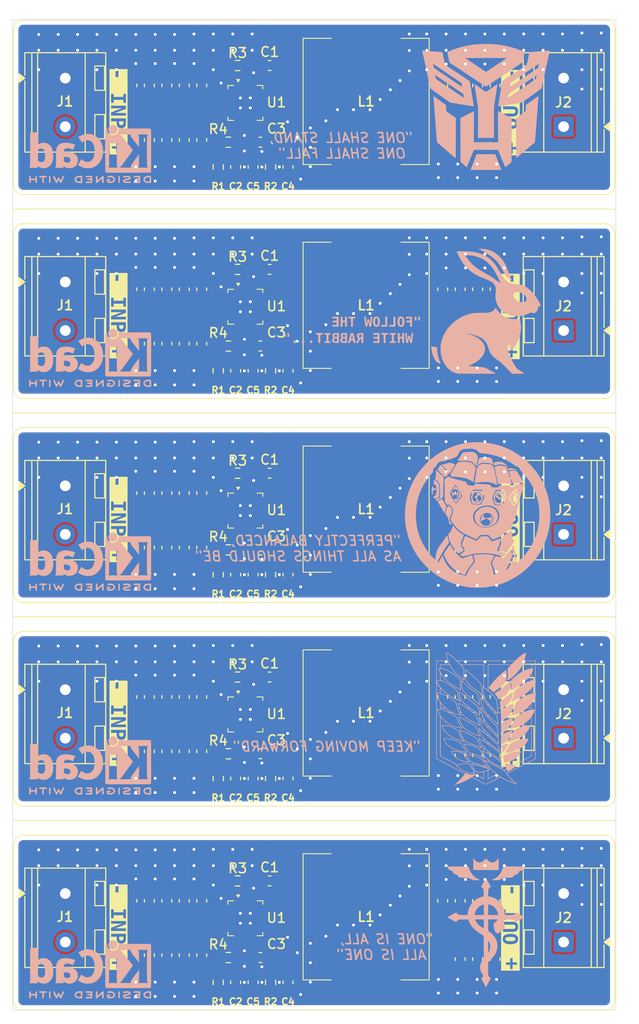
<source format=kicad_pcb>
(kicad_pcb (version 20241229) (generator "pcbnew") (generator_version "9.0")
  (layers (0 "F.Cu" signal) (2 "B.Cu" signal) (13 "F.Paste" user) (15 "B.Paste" user) (5 "F.SilkS" user "F.Silkscreen") (7 "B.SilkS" user "B.Silkscreen") (1 "F.Mask" user) (3 "B.Mask" user) (25 "Edge.Cuts" user))
  (net 0 "")
  (net 1 "/PH")
  (net 2 "/BOOT")
  (net 3 "/VSENSE")
  (net 4 "+6V")
  (net 5 "/COMP")
  (net 6 "GND")
  (net 7 "/SS{slash}TR")
  (net 8 "/COMP_MID")
  (net 9 "+VIN")
  (net 10 "/RT{slash}CLK")
  (footprint "Capacitor_SMD:C_0603_1608Metric" (layer "F.Cu") (at 166.75 64.05 90)
    (property "Reference" "C19" (hide yes))
    (property "Value" "10uf" (hide yes))
  )
  (footprint "Capacitor_SMD:C_0603_1608Metric" (layer "F.Cu") (at 145.4 45.45 90)
    (property "Reference" "C4")
    (property "Value" "100nf" (hide yes))
  )
  (footprint "Resistor_SMD:R_0603_1608Metric" (layer "F.Cu") (at 140.2 35)
    (property "Reference" "R3")
    (property "Value" "47k" (hide yes))
  )
  (footprint "Capacitor_SMD:C_0603_1608Metric" (layer "F.Cu") (at 142.55 63.9)
    (property "Reference" "C3")
    (property "Value" "20p" (hide yes))
  )
  (footprint "Capacitor_SMD:C_0603_1608Metric" (layer "F.Cu") (at 132.9 79.05 -90)
    (property "Reference" "C6" (hide yes))
    (property "Value" "10uf" (hide yes))
  )
  (footprint "Capacitor_SMD:C_0603_1608Metric" (layer "F.Cu") (at 141.8 45.45 -90)
    (property "Reference" "C5")
    (property "Value" "2n2f" (hide yes))
  )
  (footprint "Resistor_SMD:R_0603_1608Metric" (layer "F.Cu") (at 140.2 119)
    (property "Reference" "R3")
    (property "Value" "47k" (hide yes))
  )
  (footprint "Capacitor_SMD:C_0603_1608Metric" (layer "F.Cu") (at 129.3 42.65 90)
    (property "Reference" "C8" (hide yes))
    (property "Value" "10uf" (hide yes))
  )
  (footprint "Capacitor_SMD:C_0603_1608Metric" (layer "F.Cu") (at 136.5 126.65 90)
    (property "Reference" "C13" (hide yes))
    (property "Value" "10uf" (hide yes))
  )
  (footprint "Capacitor_SMD:C_0603_1608Metric" (layer "F.Cu") (at 161.35 58.05 -90)
    (property "Reference" "C22" (hide yes))
    (property "Value" "10uf" (hide yes))
  )
  (footprint "Capacitor_SMD:C_0603_1608Metric" (layer "F.Cu") (at 141.8 66.45 -90)
    (property "Reference" "C5")
    (property "Value" "2n2f" (hide yes))
  )
  (footprint "Capacitor_SMD:C_0603_1608Metric" (layer "F.Cu") (at 164.95 64.05 90)
    (property "Reference" "C20" (hide yes))
    (property "Value" "10uf" (hide yes))
  )
  (footprint "TerminalBlock_RND:TerminalBlock_RND_205-00045_1x02_P5.00mm_Horizontal" (layer "F.Cu") (at 122.4325 57.3 -90)
    (property "Reference" "J1")
    (property "Value" "Screw_01x02" (hide yes))
  )
  (footprint "Capacitor_SMD:C_0603_1608Metric" (layer "F.Cu") (at 163.15 85.05 90)
    (property "Reference" "C21" (hide yes))
    (property "Value" "10uf" (hide yes))
  )
  (footprint "Capacitor_SMD:C_0603_1608Metric" (layer "F.Cu") (at 166.75 127.05 90)
    (property "Reference" "C19" (hide yes))
    (property "Value" "10uf" (hide yes))
  )
  (footprint "TerminalBlock_RND:TerminalBlock_RND_205-00045_1x02_P5.00mm_Horizontal" (layer "F.Cu") (at 122.4325 120.3 -90)
    (property "Reference" "J1")
    (property "Value" "Screw_01x02" (hide yes))
  )
  (footprint "Capacitor_SMD:C_0603_1608Metric" (layer "F.Cu") (at 129.3 100.05 -90)
    (property "Reference" "C15" (hide yes))
    (property "Value" "10uf" (hide yes))
  )
  (footprint "Capacitor_SMD:C_0603_1608Metric" (layer "F.Cu") (at 164.95 100.05 -90)
    (property "Reference" "C17" (hide yes))
    (property "Value" "10uf" (hide yes))
  )
  (footprint "Capacitor_SMD:C_0603_1608Metric" (layer "F.Cu") (at 129.3 105.65 90)
    (property "Reference" "C8" (hide yes))
    (property "Value" "10uf" (hide yes))
  )
  (footprint "Capacitor_SMD:C_0603_1608Metric" (layer "F.Cu") (at 145.4 108.45 90)
    (property "Reference" "C4")
    (property "Value" "100nf" (hide yes))
  )
  (footprint "Resistor_SMD:R_0603_1608Metric" (layer "F.Cu") (at 140.2 77)
    (property "Reference" "R3")
    (property "Value" "47k" (hide yes))
  )
  (footprint "Capacitor_SMD:C_0603_1608Metric" (layer "F.Cu") (at 141.8 87.45 -90)
    (property "Reference" "C5")
    (property "Value" "2n2f" (hide yes))
  )
  (footprint "Capacitor_SMD:C_0603_1608Metric" (layer "F.Cu") (at 164.95 85.05 90)
    (property "Reference" "C20" (hide yes))
    (property "Value" "10uf" (hide yes))
  )
  (footprint "Capacitor_SMD:C_0603_1608Metric" (layer "F.Cu") (at 131.1 105.65 90)
    (property "Reference" "C10" (hide yes))
    (property "Value" "10uf" (hide yes))
  )
  (footprint "Capacitor_SMD:C_0603_1608Metric" (layer "F.Cu") (at 166.75 121.05 -90)
    (property "Reference" "C18" (hide yes))
    (property "Value" "10uf" (hide yes))
  )
  (footprint "Capacitor_SMD:C_0603_1608Metric" (layer "F.Cu") (at 129.3 58.05 -90)
    (property "Reference" "C15" (hide yes))
    (property "Value" "10uf" (hide yes))
  )
  (footprint "Capacitor_SMD:C_0603_1608Metric" (layer "F.Cu") (at 131.1 100.05 -90)
    (property "Reference" "C9" (hide yes))
    (property "Value" "10uf" (hide yes))
  )
  (footprint "Capacitor_SMD:C_0603_1608Metric" (layer "F.Cu") (at 136.5 58.05 -90)
    (property "Reference" "C14" (hide yes))
    (property "Value" "10uf" (hide yes))
  )
  (footprint "Capacitor_SMD:C_0603_1608Metric" (layer "F.Cu") (at 140 66.45 -90)
    (property "Reference" "C2")
    (property "Value" "10pf" (hide yes))
  )
  (footprint "Capacitor_SMD:C_0603_1608Metric" (layer "F.Cu") (at 164.95 43.05 90)
    (property "Reference" "C20" (hide yes))
    (property "Value" "10uf" (hide yes))
  )
  (footprint "TerminalBlock_RND:TerminalBlock_RND_205-00045_1x02_P5.00mm_Horizontal" (layer "F.Cu") (at 173.8175 41.3 90)
    (property "Reference" "J2")
    (property "Value" "Screw_01x02" (hide yes))
  )
  (footprint "Capacitor_SMD:C_0603_1608Metric" (layer "F.Cu") (at 166.75 106.05 90)
    (property "Reference" "C19" (hide yes))
    (property "Value" "10uf" (hide yes))
  )
  (footprint "Capacitor_SMD:C_0603_1608Metric" (layer "F.Cu") (at 134.7 100.05 -90)
    (property "Reference" "C7" (hide yes))
    (property "Value" "10uf" (hide yes))
  )
  (footprint "Capacitor_SMD:C_0603_1608Metric" (layer "F.Cu") (at 163.15 121.05 -90)
    (property "Reference" "C16" (hide yes))
    (property "Value" "10uf" (hide yes))
  )
  (footprint "Capacitor_SMD:C_0603_1608Metric" (layer "F.Cu") (at 129.3 37.05 -90)
    (property "Reference" "C15" (hide yes))
    (property "Value" "10uf" (hide yes))
  )
  (footprint "Capacitor_SMD:C_0603_1608Metric" (layer "F.Cu") (at 140 45.45 -90)
    (property "Reference" "C2")
    (property "Value" "10pf" (hide yes))
  )
  (footprint "Capacitor_SMD:C_0603_1608Metric" (layer "F.Cu") (at 134.7 121.05 -90)
    (property "Reference" "C7" (hide yes))
    (property "Value" "10uf" (hide yes))
  )
  (footprint "IHLP5050EZER4R7M01:IHLP5050EZER4R7M01" (layer "F.Cu") (at 153.45 38.7 -90)
    (property "Reference" "L1")
    (property "Value" "IHLP5050EZER4R7M01 4u7h" (hide yes))
  )
  (footprint "Capacitor_SMD:C_0603_1608Metric" (layer "F.Cu") (at 163.15 43.05 90)
    (property "Reference" "C21" (hide yes))
    (property "Value" "10uf" (hide yes))
  )
  (footprint "Capacitor_SMD:C_0603_1608Metric" (layer "F.Cu") (at 132.9 37.05 -90)
    (property "Reference" "C6" (hide yes))
    (property "Value" "10uf" (hide yes))
  )
  (footprint "Capacitor_SMD:C_0603_1608Metric" (layer "F.Cu") (at 166.75 37.05 -90)
    (property "Reference" "C18" (hide yes))
    (property "Value" "10uf" (hide yes))
  )
  (footprint "Capacitor_SMD:C_0603_1608Metric" (layer "F.Cu") (at 132.9 126.65 90)
    (property "Reference" "C11" (hide yes))
    (property "Value" "10uf" (hide yes))
  )
  (footprint "TerminalBlock_RND:TerminalBlock_RND_205-00045_1x02_P5.00mm_Horizontal" (layer "F.Cu") (at 122.4325 78.3 -90)
    (property "Reference" "J1")
    (property "Value" "Screw_01x02" (hide yes))
  )
  (footprint "Capacitor_SMD:C_0603_1608Metric" (layer "F.Cu") (at 164.95 79.05 -90)
    (property "Reference" "C17" (hide yes))
    (property "Value" "10uf" (hide yes))
  )
  (footprint "Capacitor_SMD:C_0603_1608Metric" (layer "F.Cu") (at 134.7 63.65 90)
    (property "Reference" "C12" (hide yes))
    (property "Value" "10uf" (hide yes))
  )
  (footprint "Resistor_SMD:R_0603_1608Metric" (layer "F.Cu") (at 138.2 129.45 90)
    (property "Reference" "R1")
    (property "Value" "90k9" (hide yes))
  )
  (footprint "Capacitor_SMD:C_0603_1608Metric" (layer "F.Cu") (at 142.55 126.9)
    (property "Reference" "C3")
    (property "Value" "20p" (hide yes))
  )
  (footprint "Capacitor_SMD:C_0603_1608Metric" (layer "F.Cu") (at 134.7 37.05 -90)
    (property "Reference" "C7" (hide yes))
    (property "Value" "10uf" (hide yes))
  )
  (footprint "Capacitor_SMD:C_0603_1608Metric" (layer "F.Cu") (at 140 108.45 -90)
    (property "Reference" "C2")
    (property "Value" "10pf" (hide yes))
  )
  (footprint "Capacitor_SMD:C_0603_1608Metric" (layer "F.Cu") (at 136.5 84.65 90)
    (property "Reference" "C13" (hide yes))
    (property "Value" "10uf" (hide yes))
  )
  (footprint "Capacitor_SMD:C_0603_1608Metric" (layer "F.Cu") (at 164.95 106.05 90)
    (property "Reference" "C20" (hide yes))
    (property "Value" "10uf" (hide yes))
  )
  (footprint "Capacitor_SMD:C_0603_1608Metric" (layer "F.Cu") (at 136.5 63.65 90)
    (property "Reference" "C13" (hide yes))
    (property "Value" "10uf" (hide yes))
  )
  (footprint "Capacitor_SMD:C_0603_1608Metric" (layer "F.Cu") (at 132.9 84.65 90)
    (property "Reference" "C11" (hide yes))
    (property "Value" "10uf" (hide yes))
  )
  (footprint "TerminalBlock_RND:TerminalBlock_RND_205-00045_1x02_P5.00mm_Horizontal" (layer "F.Cu") (at 173.8175 125.3 90)
    (property "Reference" "J2")
    (property "Value" "Screw_01x02" (hide yes))
  )
  (footprint "Resistor_SMD:R_0603_1608Metric" (layer "F.Cu") (at 143.6 87.45 -90)
    (property "Reference" "R2")
    (property "Value" "22k" (hide yes))
  )
  (footprint "Capacitor_SMD:C_0603_1608Metric" (layer "F.Cu") (at 163.15 100.05 -90)
    (property "Reference" "C16" (hide yes))
    (property "Value" "10uf" (hide yes))
  )
  (footprint "Capacitor_SMD:C_0603_1608Metric" (layer "F.Cu") (at 163.15 79.05 -90)
    (property "Reference" "C16" (hide yes))
    (property "Value" "10uf" (hide yes))
  )
  (footprint "Capacitor_SMD:C_0603_1608Metric" (layer "F.Cu") (at 143.5 35)
    (property "Reference" "C1")
    (property "Value" "100nf" (hide yes))
  )
  (footprint "Capacitor_SMD:C_0603_1608Metric" (layer "F.Cu") (at 140 87.45 -90)
    (property "Reference" "C2")
    (property "Value" "10pf" (hide yes))
  )
  (footprint "Capacitor_SMD:C_0603_1608Metric" (layer "F.Cu") (at 143.5 98)
    (property "Reference" "C1")
    (property "Value" "100nf" (hide yes))
  )
  (footprint "Capacitor_SMD:C_0603_1608Metric" (layer "F.Cu") (at 145.4 87.45 90)
    (property "Reference" "C4")
    (property "Value" "100nf" (hide yes))
  )
  (footprint "Resistor_SMD:R_0603_1608Metric" (layer "F.Cu") (at 139.25 126.9)
    (property "Reference" "R4")
    (property "Value" "10k" (hide yes))
  )
  (footprint "Capacitor_SMD:C_0603_1608Metric" (layer "F.Cu") (at 161.35 121.05 -90)
    (property "Reference" "C22" (hide yes))
    (property "Value" "10uf" (hide yes))
  )
  (footprint "Capacitor_SMD:C_0603_1608Metric" (layer "F.Cu") (at 164.95 37.05 -90)
    (property "Reference" "C17" (hide yes))
    (property "Value" "10uf" (hide yes))
  )
  (footprint "Capacitor_SMD:C_0603_1608Metric" (layer "F.Cu") (at 142.55 42.9)
    (property "Reference" "C3")
    (property "Value" "20p" (hide yes))
  )
  (footprint "Capacitor_SMD:C_0603_1608Metric" (layer "F.Cu") (at 136.5 100.05 -90)
    (property "Reference" "C14" (hide yes))
    (property "Value" "10uf" (hide yes))
  )
  (footprint "Resistor_SMD:R_0603_1608Metric" (layer "F.Cu") (at 139.25 42.9)
    (property "Reference" "R4")
    (property "Value" "10k" (hide yes))
  )
  (footprint "Capacitor_SMD:C_0603_1608Metric" (layer "F.Cu") (at 136.5 79.05 -90)
    (property "Reference" "C14" (hide yes))
    (property "Value" "10uf" (hide yes))
  )
  (footprint "Capacitor_SMD:C_0603_1608Metric" (layer "F.Cu") (at 163.15 106.05 90)
    (property "Reference" "C21" (hide yes))
    (property "Value" "10uf" (hide yes))
  )
  (footprint "TerminalBlock_RND:TerminalBlock_RND_205-00045_1x02_P5.00mm_Horizontal" (layer "F.Cu") (at 122.4325 36.3 -90)
    (property "Reference" "J1")
    (property "Value" "Screw_01x02" (hide yes))
  )
  (footprint "TPS54821RHLR:TPS54821RHLR" (layer "F.Cu") (at 141 80.85)
    (property "Reference" "U1")
    (property "Value" "TPS54821RHLR" (hide yes))
  )
  (footprint "Resistor_SMD:R_0603_1608Metric" (layer "F.Cu") (at 139.25 105.9)
    (property "Reference" "R4")
    (property "Value" "10k" (hide yes))
  )
  (footprint "Capacitor_SMD:C_0603_1608Metric" (layer "F.Cu") (at 134.7 84.65 90)
    (property "Reference" "C12" (hide yes))
    (property "Value" "10uf" (hide yes))
  )
  (footprint "Capacitor_SMD:C_0603_1608Metric" (layer "F.Cu") (at 164.95 121.05 -90)
    (property "Reference" "C17" (hide yes))
    (property "Value" "10uf" (hide yes))
  )
  (footprint "IHLP5050EZER4R7M01:IHLP5050EZER4R7M01" (layer "F.Cu") (at 153.45 59.7 -90)
    (property "Reference" "L1")
    (property "Value" "IHLP5050EZER4R7M01 4u7h" (hide yes))
  )
  (footprint "Capacitor_SMD:C_0603_1608Metric" (layer "F.Cu") (at 136.5 37.05 -90)
    (property "Reference" "C14" (hide yes))
    (property "Value" "10uf" (hide yes))
  )
  (footprint "Resistor_SMD:R_0603_1608Metric" (layer "F.Cu") (at 138.2 66.45 90)
    (property "Reference" "R1")
    (property "Value" "90k9" (hide yes))
  )
  (footprint "Resistor_SMD:R_0603_1608Metric" (layer "F.Cu") (at 143.6 66.45 -90)
    (property "Reference" "R2")
    (property "Value" "22k" (hide yes))
  )
  (footprint "Capacitor_SMD:C_0603_1608Metric" (layer "F.Cu") (at 129.3 84.65 90)
    (property "Reference" "C8" (hide yes))
    (property "Value" "10uf" (hide yes))
  )
  (footprint "Capacitor_SMD:C_0603_1608Metric" (layer "F.Cu") (at 164.95 58.05 -90)
    (property "Reference" "C17" (hide yes))
    (property "Value" "10uf" (hide yes))
  )
  (footprint "Capacitor_SMD:C_0603_1608Metric" (layer "F.Cu") (at 136.5 121.05 -90)
    (property "Reference" "C14" (hide yes))
    (property "Value" "10uf" (hide yes))
  )
  (footprint "Resistor_SMD:R_0603_1608Metric" (layer "F.Cu") (at 138.2 87.45 90)
    (property "Reference" "R1")
    (property "Value" "90k9" (hide yes))
  )
  (footprint "Capacitor_SMD:C_0603_1608Metric" (layer "F.Cu") (at 134.7 79.05 -90)
    (property "Reference" "C7" (hide yes))
    (property "Value" "10uf" (hide yes))
  )
  (footprint "Capacitor_SMD:C_0603_1608Metric" (layer "F.Cu") (at 132.9 100.05 -90)
    (property "Reference" "C6" (hide yes))
    (property "Value" "10uf" (hide yes))
  )
  (footprint "Capacitor_SMD:C_0603_1608Metric" (layer "F.Cu") (at 134.7 42.65 90)
    (property "Reference" "C12" (hide yes))
    (property "Value" "10uf" (hide yes))
  )
  (footprint "TPS54821RHLR:TPS54821RHLR" (layer "F.Cu") (at 141 59.85)
    (property "Reference" "U1")
    (property "Value" "TPS54821RHLR" (hide yes))
  )
  (footprint "Capacitor_SMD:C_0603_1608Metric" (layer "F.Cu") (at 132.9 42.65 90)
    (property "Reference" "C11" (hide yes))
    (property "Value" "10uf" (hide yes))
  )
  (footprint "Capacitor_SMD:C_0603_1608Metric" (layer "F.Cu") (at 145.4 129.45 90)
    (property "Reference" "C4")
    (property "Value" "100nf" (hide yes))
  )
  (footprint "Capacitor_SMD:C_0603_1608Metric" (layer "F.Cu") (at 166.75 100.05 -90)
    (property "Reference" "C18" (hide yes))
    (property "Value" "10uf" (hide yes))
  )
  (footprint "Capacitor_SMD:C_0603_1608Metric" (layer "F.Cu") (at 131.1 63.65 90)
    (property "Reference" "C10" (hide yes))
    (property "Value" "10uf" (hide yes))
  )
  (footprint "Capacitor_SMD:C_0603_1608Metric" (layer "F.Cu") (at 163.15 58.05 -90)
    (property "Reference" "C16" (hide yes))
    (property "Value" "10uf" (hide yes))
  )
  (footprint "Capacitor_SMD:C_0603_1608Metric" (layer "F.Cu") (at 134.7 105.65 90)
    (property "Reference" "C12" (hide yes))
    (property "Value" "10uf" (hide yes))
  )
  (footprint "Capacitor_SMD:C_0603_1608Metric" (layer "F.Cu") (at 129.3 126.65 90)
    (property "Reference" "C8" (hide yes))
    (property "Value" "10uf" (hide yes))
  )
  (footprint "Capacitor_SMD:C_0603_1608Metric" (layer "F.Cu") (at 166.75 58.05 -90)
    (property "Reference" "C18" (hide yes))
    (property "Value" "10uf" (hide yes))
  )
  (footprint "Capacitor_SMD:C_0603_1608Metric" (layer "F.Cu") (at 132.9 63.65 90)
    (property "Reference" "C11" (hide yes))
    (property "Value" "10uf" (hide yes))
  )
  (footprint "Resistor_SMD:R_0603_1608Metric" (layer "F.Cu") (at 143.6 45.45 -90)
    (property "Reference" "R2")
    (property "Value" "22k" (hide yes))
  )
  (footprint "TerminalBlock_RND:TerminalBlock_RND_205-00045_1x02_P5.00mm_Horizontal" (layer "F.Cu") (at 173.8175 62.3 90)
    (property "Reference" "J2")
    (property "Value" "Screw_01x02" (hide yes))
  )
  (footprint "IHLP5050EZER4R7M01:IHLP5050EZER4R7M01" (layer "F.Cu") (at 153.45 80.7 -90)
    (property "Reference" "L1")
    (property "Value" "IHLP5050EZER4R7M01 4u7h" (hide yes))
  )
  (footprint "Capacitor_SMD:C_0603_1608Metric" (layer "F.Cu") (at 161.35 100.05 -90)
    (property "Reference" "C22" (hide yes))
    (property "Value" "10uf" (hide yes))
  )
  (footprint "Capacitor_SMD:C_0603_1608Metric" (layer "F.Cu") (at 132.9 105.65 90)
    (property "Reference" "C11" (hide yes))
    (property "Value" "10uf" (hide yes))
  )
  (footprint "Capacitor_SMD:C_0603_1608Metric" (layer "F.Cu") (at 166.75 79.05 -90)
    (property "Reference" "C18" (hide yes))
    (property "Value" "10uf" (hide yes))
  )
  (footprint "Resistor_SMD:R_0603_1608Metric" (layer "F.Cu") (at 138.2 108.45 90)
    (property "Reference" "R1")
    (property "Value" "90k9" (hide yes))
  )
  (footprint "Capacitor_SMD:C_0603_1608Metric" (layer "F.Cu") (at 166.75 85.05 90)
    (property "Reference" "C19" (hide yes))
    (property "Value" "10uf" (hide yes))
  )
  (footprint "Capacitor_SMD:C_0603_1608Metric" (layer "F.Cu") (at 166.75 43.05 90)
    (property "Reference" "C19" (hide yes))
    (property "Value" "10uf" (hide yes))
  )
  (footprint "Capacitor_SMD:C_0603_1608Metric" (layer "F.Cu") (at 143.5 77)
    (property "Reference" "C1")
    (property "Value" "100nf" (hide yes))
  )
  (footprint "Capacitor_SMD:C_0603_1608Metric" (layer "F.Cu") (at 161.35 37.05 -90)
    (property "Reference" "C22" (hide yes))
    (property "Value" "10uf" (hide yes))
  )
  (footprint "Resistor_SMD:R_0603_1608Metric" (layer "F.Cu") (at 139.25 84.9)
    (property "Reference" "R4")
    (property "Value" "10k" (hide yes))
  )
  (footprint "Capacitor_SMD:C_0603_1608Metric" (layer "F.Cu") (at 136.5 42.65 90)
    (property "Reference" "C13" (hide yes))
    (property "Value" "10uf" (hide yes))
  )
  (footprint "Capacitor_SMD:C_0603_1608Metric" (layer "F.Cu") (at 140 129.45 -90)
    (property "Reference" "C2")
    (property "Value" "10pf" (hide yes))
  )
  (footprint "Capacitor_SMD:C_0603_1608Metric" (layer "F.Cu") (at 129.3 79.05 -90)
    (property "Reference" "C15" (hide yes))
    (property "Value" "10uf" (hide yes))
  )
  (footprint "TPS54821RHLR:TPS54821RHLR" (layer "F.Cu") (at 141 101.85)
    (property "Reference" "U1")
    (property "Value" "TPS54821RHLR" (hide yes))
  )
  (footprint "Capacitor_SMD:C_0603_1608Metric" (layer "F.Cu") (at 143.5 119)
    (property "Reference" "C1")
    (property "Value" "100nf" (hide yes))
  )
  (footprint "Capacitor_SMD:C_0603_1608Metric" (layer "F.Cu") (at 141.8 108.45 -90)
    (property "Reference" "C5")
    (property "Value" "2n2f" (hide yes))
  )
  (footprint "Capacitor_SMD:C_0603_1608Metric" (layer "F.Cu") (at 136.5 105.65 90)
    (property "Reference" "C13" (hide yes))
    (property "Value" "10uf" (hide yes))
  )
  (footprint "Capacitor_SMD:C_0603_1608Metric" (layer "F.Cu") (at 134.7 126.65 90)
    (property "Reference" "C12" (hide yes))
    (property "Value" "10uf" (hide yes))
  )
  (footprint "Capacitor_SMD:C_0603_1608Metric" (layer "F.Cu") (at 131.1 126.65 90)
    (property "Reference" "C10" (hide yes))
    (property "Value" "10uf" (hide yes))
  )
  (footprint "Capacitor_SMD:C_0603_1608Metric" (layer "F.Cu") (at 164.95 127.05 90)
    (property "Reference" "C20" (hide yes))
    (property "Value" "10uf" (hide yes))
  )
  (footprint "Resistor_SMD:R_0603_1608Metric" (layer "F.Cu") (at 140.2 56)
    (property "Reference" "R3")
    (property "Value" "47k" (hide yes))
  )
  (footprint "Capacitor_SMD:C_0603_1608Metric" (layer "F.Cu") (at 129.3 63.65 90)
    (property "Reference" "C8" (hide yes))
    (property "Value" "10uf" (hide yes))
  )
  (footprint "IHLP5050EZER4R7M01:IHLP5050EZER4R7M01" (layer "F.Cu") (at 153.45 122.7 -90)
    (property "Reference" "L1")
    (property "Value" "IHLP5050EZER4R7M01 4u7h" (hide yes))
  )
  (footprint "TPS54821RHLR:TPS54821RHLR" (layer "F.Cu") (at 141 122.85)
    (property "Reference" "U1")
    (property "Value" "TPS54821RHLR" (hide yes))
  )
  (footprint "Capacitor_SMD:C_0603_1608Metric" (layer "F.Cu") (at 142.55 84.9)
    (property "Reference" "C3")
    (property "Value" "20p" (hide yes))
  )
  (footprint "Capacitor_SMD:C_0603_1608Metric" (layer "F.Cu") (at 131.1 42.65 90)
    (property "Reference" "C10" (hide yes))
    (property "Value" "10uf" (hide yes))
  )
  (footprint "Resistor_SMD:R_0603_1608Metric" (layer "F.Cu") (at 140.2 98)
    (property "Reference" "R3")
    (property "Value" "47k" (hide yes))
  )
  (footprint "Resistor_SMD:R_0603_1608Metric" (layer "F.Cu") (at 143.6 108.45 -90)
    (property "Reference" "R2")
    (property "Value" "22k" (hide yes))
  )
  (footprint "Capacitor_SMD:C_0603_1608Metric" (layer "F.Cu") (at 132.9 58.05 -90)
    (property "Reference" "C6" (hide yes))
    (property "Value" "10uf" (hide yes))
  )
  (footprint "Capacitor_SMD:C_0603_1608Metric" (layer "F.Cu") (at 141.8 129.45 -90)
    (property "Reference" "C5")
    (property "Value" "2n2f" (hide yes))
  )
  (footprint "Capacitor_SMD:C_0603_1608Metric" (layer "F.Cu") (at 131.1 84.65 90)
    (property "Reference" "C10" (hide yes))
    (property "Value" "10uf" (hide yes))
  )
  (footprint "TerminalBlock_RND:TerminalBlock_RND_205-00045_1x02_P5.00mm_Horizontal" (layer "F.Cu") (at 122.4325 99.3 -90)
    (property "Reference" "J1")
    (property "Value" "Screw_01x02" (hide yes))
  )
  (footprint "Capacitor_SMD:C_0603_1608Metric" (layer "F.Cu") (at 163.15 64.05 90)
    (property "Reference" "C21" (hide yes))
    (property "Value" "10uf" (hide yes))
  )
  (footprint "Capacitor_SMD:C_0603_1608Metric" (layer "F.Cu") (at 131.1 37.05 -90)
    (property "Reference" "C9" (hide yes))
    (property "Value" "10uf" (hide yes))
  )
  (footprint "Resistor_SMD:R_0603_1608Metric" (layer "F.Cu") (at 143.6 129.45 -90)
    (property "Reference" "R2")
    (property "Value" "22k" (hide yes))
  )
  (footprint "Capacitor_SMD:C_0603_1608Metric" (layer "F.Cu") (at 163.15 37.05 -90)
    (property "Reference" "C16" (hide yes))
    (property "Value" "10uf" (hide yes))
  )
  (footprint "Capacitor_SMD:C_0603_1608Metric" (layer "F.Cu") (at 131.1 121.05 -90)
    (property "Reference" "C9" (hide yes))
    (property "Value" "10uf" (hide yes))
  )
  (footprint "Resistor_SMD:R_0603_1608Metric" (layer "F.Cu") (at 139.25 63.9)
    (property "Reference" "R4")
    (property "Value" "10k" (hide yes))
  )
  (footprint "Capacitor_SMD:C_0603_1608Metric" (layer "F.Cu") (at 131.1 58.05 -90)
    (property "Reference" "C9" (hide yes))
    (property "Value" "10uf" (hide yes))
  )
  (footprint "IHLP5050EZER4R7M01:IHLP5050EZER4R7M01" (layer "F.Cu") (at 153.45 101.7 -90)
    (property "Reference" "L1")
    (property "Value" "IHLP5050EZER4R7M01 4u7h" (hide yes))
  )
  (footprint "Capacitor_SMD:C_0603_1608Metric" (layer "F.Cu") (at 161.35 79.05 -90)
    (property "Reference" "C22" (hide yes))
    (property "Value" "10uf" (hide yes))
  )
  (footprint "Capacitor_SMD:C_0603_1608Metric" (layer "F.Cu") (at 163.15 127.05 90)
    (property "Reference" "C21" (hide yes))
    (property "Value" "10uf" (hide yes))
  )
  (footprint "Capacitor_SMD:C_0603_1608Metric" (layer "F.Cu") (at 132.9 121.05 -90)
    (property "Reference" "C6" (hide yes))
    (property "Value" "10uf" (hide yes))
  )
  (footprint "Capacitor_SMD:C_0603_1608Metric" (layer "F.Cu") (at 131.1 79.05 -90)
    (property "Reference" "C9" (hide yes))
    (property "Value" "10uf" (hide yes))
  )
  (footprint "TPS54821RHLR:TPS54821RHLR" (layer "F.Cu") (at 141 38.85)
    (property "Reference" "U1")
    (property "Value" "TPS54821RHLR" (hide yes))
  )
  (footprint "Capacitor_SMD:C_0603_1608Metric" (layer "F.Cu") (at 143.5 56)
    (property "Reference" "C1")
    (property "Value" "100nf" (hide yes))
  )
  (footprint "Resistor_SMD:R_0603_1608Metric" (layer "F.Cu") (at 138.2 45.45 90)
    (property "Reference" "R1")
    (property "Value" "90k9" (hide yes))
  )
  (footprint "TerminalBlock_RND:TerminalBlock_RND_205-00045_1x02_P5.00mm_Horizontal" (layer "F.Cu") (at 173.8175 83.3 90)
    (property "Reference" "J2")
    (property "Value" "Screw_01x02" (hide yes))
  )
  (footprint "Capacitor_SMD:C_0603_1608Metric" (layer "F.Cu") (at 134.7 58.05 -90)
    (property "Reference" "C7" (hide yes))
    (property "Value" "10uf" (hide yes))
  )
  (footprint "Capacitor_SMD:C_0603_1608Metric" (layer "F.Cu") (at 142.55 105.9)
    (property "Reference" "C3")
    (property "Value" "20p" (hide yes))
  )
  (footprint "Capacitor_SMD:C_0603_1608Metric" (layer "F.Cu") (at 129.3 121.05 -90)
    (property "Reference" "C15" (hide yes))
    (property "Value" "10uf" (hide yes))
  )
  (footprint "Capacitor_SMD:C_0603_1608Metric" (layer "F.Cu") (at 145.4 66.45 90)
    (property "Reference" "C4")
    (property "Value" "100nf" (hide yes))
  )
  (footprint "TerminalBlock_RND:TerminalBlock_RND_205-00045_1x02_P5.00mm_Horizontal" (layer "F.Cu") (at 173.8175 104.3 90)
    (property "Reference" "J2")
    (property "Value" "Screw_01x02" (hide yes))
  )
  (footprint "Symbol:KiCad-Logo2_5mm_SilkScreen" (layer "B.Cu") (at 125 128.1 180)
    (property "Reference" "REF**" (hide yes))
    (property "Value" "KiCad-Logo2_5mm_SilkScreen" (hide yes))
  )
  (footprint "LOGO" (layer "B.Cu") (at 165.8 60.3 180)
    (property "Reference" "G***" (hide yes))
    (property "Value" "LOGO" (hide yes))
  )
  (footprint "LOGO" (layer "B.Cu") (at 164.95 81.3 180)
    (property "Reference" "G***" (hide yes))
    (property "Value" "LOGO" (hide yes))
  )
  (footprint "Symbol:KiCad-Logo2_5mm_SilkScreen" (layer "B.Cu") (at 125 44.1 180)
    (property "Reference" "REF**" (hide yes))
    (property "Value" "KiCad-Logo2_5mm_SilkScreen" (hide yes))
  )
  (footprint "LOGO" (layer "B.Cu") (at 165.8 102.3 180)
    (property "Reference" "G***" (hide yes))
    (property "Value" "LOGO" (hide yes))
  )
  (footprint "Symbol:KiCad-Logo2_5mm_SilkScreen" (layer "B.Cu") (at 125 107.1 180)
    (property "Reference" "REF**" (hide yes))
    (property "Value" "KiCad-Logo2_5mm_SilkScreen" (hide yes))
  )
  (footprint "LOGO" (layer "B.Cu") (at 165.8 39.3 180)
    (property "Reference" "G***" (hide yes))
    (property "Value" "LOGO" (hide yes))
  )
  (footprint "Symbol:KiCad-Logo2_5mm_SilkScreen" (layer "B.Cu") (at 125 65.1 180)
    (property "Reference" "REF**" (hide yes))
    (property "Value" "KiCad-Logo2_5mm_SilkScreen" (hide yes))
  )
  (footprint "LOGO" (layer "B.Cu") (at 165.8 123.3 180)
    (property "Reference" "G***" (hide yes))
    (property "Value" "LOGO" (hide yes))
  )
  (footprint "Symbol:KiCad-Logo2_5mm_SilkScreen" (layer "B.Cu") (at 125 86.1 180)
    (property "Reference" "REF**" (hide yes))
    (property "Value" "KiCad-Logo2_5mm_SilkScreen" (hide yes))
  )
  (gr_arc (start 117.1 94.3) (mid 117.392893 93.592893) (end 118.1 93.3) (stroke (width 0.1)) (layer "F.SilkS"))
  (gr_line (start 178.1 132.3) (end 118.1 132.3) (stroke (width 0.1)) (layer "F.SilkS"))
  (gr_line (start 117.1 49.8) (end 179.1 49.8) (stroke (width 0.1)) (layer "F.SilkS"))
  (gr_arc (start 178.1 93.3) (mid 178.807107 93.592893) (end 179.1 94.3) (stroke (width 0.1)) (layer "F.SilkS"))
  (gr_line (start 179.1 115.3) (end 179.1 131.3) (stroke (width 0.1)) (layer "F.SilkS"))
  (gr_line (start 118.1 30.3) (end 178.1 30.3) (stroke (width 0.1)) (layer "F.SilkS"))
  (gr_arc (start 179.1 110.3) (mid 178.807107 111.007107) (end 178.1 111.3) (stroke (width 0.1)) (layer "F.SilkS"))
  (gr_line (start 118.1 72.3) (end 178.1 72.3) (stroke (width 0.1)) (layer "F.SilkS"))
  (gr_line (start 178.1 90.3) (end 118.1 90.3) (stroke (width 0.1)) (layer "F.SilkS"))
  (gr_line (start 118.1 114.3) (end 178.1 114.3) (stroke (width 0.1)) (layer "F.SilkS"))
  (gr_line (start 117.1 110.3) (end 117.1 94.3) (stroke (width 0.1)) (layer "F.SilkS"))
  (gr_arc (start 118.1 48.3) (mid 117.392893 48.007107) (end 117.1 47.3) (stroke (width 0.1)) (layer "F.SilkS"))
  (gr_arc (start 179.1 47.3) (mid 178.807107 48.007107) (end 178.1 48.3) (stroke (width 0.1)) (layer "F.SilkS"))
  (gr_line (start 118.1 93.3) (end 178.1 93.3) (stroke (width 0.1)) (layer "F.SilkS"))
  (gr_line (start 179.1 94.3) (end 179.1 110.3) (stroke (width 0.1)) (layer "F.SilkS"))
  (gr_line (start 179.1 31.3) (end 179.1 47.3) (stroke (width 0.1)) (layer "F.SilkS"))
  (gr_line (start 179.1 73.3) (end 179.1 89.3) (stroke (width 0.1)) (layer "F.SilkS"))
  (gr_line (start 179.1 52.3) (end 179.1 68.3) (stroke (width 0.1)) (layer "F.SilkS"))
  (gr_arc (start 118.1 111.3) (mid 117.392893 111.007107) (end 117.1 110.3) (stroke (width 0.1)) (layer "F.SilkS"))
  (gr_line (start 117.1 131.3) (end 117.1 115.3) (stroke (width 0.1)) (layer "F.SilkS"))
  (gr_line (start 118.1 51.3) (end 178.1 51.3) (stroke (width 0.1)) (layer "F.SilkS"))
  (gr_line (start 117.1 112.8) (end 179.1 112.8) (stroke (width 0.1)) (layer "F.SilkS"))
  (gr_line (start 117.1 47.3) (end 117.1 31.3) (stroke (width 0.1)) (layer "F.SilkS"))
  (gr_line (start 178.1 69.3) (end 118.1 69.3) (stroke (width 0.1)) (layer "F.SilkS"))
  (gr_arc (start 118.1 90.3) (mid 117.392893 90.007107) (end 117.1 89.3) (stroke (width 0.1)) (layer "F.SilkS"))
  (gr_line (start 117.1 89.3) (end 117.1 73.3) (stroke (width 0.1)) (layer "F.SilkS"))
  (gr_arc (start 178.1 114.3) (mid 178.807107 114.592893) (end 179.1 115.3) (stroke (width 0.1)) (layer "F.SilkS"))
  (gr_arc (start 178.1 30.3) (mid 178.807107 30.592893) (end 179.1 31.3) (stroke (width 0.1)) (layer "F.SilkS"))
  (gr_arc (start 118.1 69.3) (mid 117.392893 69.007107) (end 117.1 68.3) (stroke (width 0.1)) (layer "F.SilkS"))
  (gr_line (start 178.1 111.3) (end 118.1 111.3) (stroke (width 0.1)) (layer "F.SilkS"))
  (gr_arc (start 117.1 52.3) (mid 117.392893 51.592893) (end 118.1 51.3) (stroke (width 0.1)) (layer "F.SilkS"))
  (gr_arc (start 179.1 68.3) (mid 178.807107 69.007107) (end 178.1 69.3) (stroke (width 0.1)) (layer "F.SilkS"))
  (gr_arc (start 117.1 73.3) (mid 117.392893 72.592893) (end 118.1 72.3) (stroke (width 0.1)) (layer "F.SilkS"))
  (gr_line (start 117.1 68.3) (end 117.1 52.3) (stroke (width 0.1)) (layer "F.SilkS"))
  (gr_line (start 117.1 91.8) (end 179.1 91.8) (stroke (width 0.1)) (layer "F.SilkS"))
  (gr_arc (start 179.1 89.3) (mid 178.807107 90.007107) (end 178.1 90.3) (stroke (width 0.1)) (layer "F.SilkS"))
  (gr_arc (start 178.1 51.3) (mid 178.807107 51.592893) (end 179.1 52.3) (stroke (width 0.1)) (layer "F.SilkS"))
  (gr_arc (start 178.1 72.3) (mid 178.807107 72.592893) (end 179.1 73.3) (stroke (width 0.1)) (layer "F.SilkS"))
  (gr_line (start 178.1 48.3) (end 118.1 48.3) (stroke (width 0.1)) (layer "F.SilkS"))
  (gr_arc (start 179.1 131.3) (mid 178.807107 132.007107) (end 178.1 132.3) (stroke (width 0.1)) (layer "F.SilkS"))
  (gr_line (start 117.1 70.8) (end 179.1 70.8) (stroke (width 0.1)) (layer "F.SilkS"))
  (gr_arc (start 118.1 132.3) (mid 117.392893 132.007107) (end 117.1 131.3) (stroke (width 0.1)) (layer "F.SilkS"))
  (gr_arc (start 117.1 115.3) (mid 117.392893 114.592893) (end 118.1 114.3) (stroke (width 0.1)) (layer "F.SilkS"))
  (gr_arc (start 117.1 31.3) (mid 117.392893 30.592893) (end 118.1 30.3) (stroke (width 0.1)) (layer "F.SilkS"))
  (gr_rect (start 117 30.3) (end 179.2 132.3) (stroke (width 0.05)) (fill no) (layer "Edge.Cuts"))
  (gr_text "- INP +" (at 126.9 35.225949 270) (layer "F.SilkS" knockout) (effects (font (size 1.5 1.5) (thickness 0.2) (bold yes)) (justify left bottom)))
  (gr_text "+ OUT -" (at 169.35 128.15 90) (layer "F.SilkS" knockout) (effects (font (size 1.5 1.5) (thickness 0.2) (bold yes)) (justify left bottom)))
  (gr_text "+ OUT -" (at 169.35 86.15 90) (layer "F.SilkS" knockout) (effects (font (size 1.5 1.5) (thickness 0.2) (bold yes)) (justify left bottom)))
  (gr_text "- INP +" (at 126.9 56.225949 270) (layer "F.SilkS" knockout) (effects (font (size 1.5 1.5) (thickness 0.2) (bold yes)) (justify left bottom)))
  (gr_text "- INP +" (at 126.9 119.225949 270) (layer "F.SilkS" knockout) (effects (font (size 1.5 1.5) (thickness 0.2) (bold yes)) (justify left bottom)))
  (gr_text "- INP +" (at 126.9 77.225949 270) (layer "F.SilkS" knockout) (effects (font (size 1.5 1.5) (thickness 0.2) (bold yes)) (justify left bottom)))
  (gr_text "+ OUT -" (at 169.35 44.15 90) (layer "F.SilkS" knockout) (effects (font (size 1.5 1.5) (thickness 0.2) (bold yes)) (justify left bottom)))
  (gr_text "+ OUT -" (at 169.35 65.15 90) (layer "F.SilkS" knockout) (effects (font (size 1.5 1.5) (thickness 0.2) (bold yes)) (justify left bottom)))
  (gr_text "- INP +" (at 126.9 98.225949 270) (layer "F.SilkS" knockout) (effects (font (size 1.5 1.5) (thickness 0.2) (bold yes)) (justify left bottom)))
  (gr_text "+ OUT -" (at 169.35 107.15 90) (layer "F.SilkS" knockout) (effects (font (size 1.5 1.5) (thickness 0.2) (bold yes)) (justify left bottom)))
  (gr_text "{dblquote}FOLLOW THE\n WHITE RABBIT...{dblquote}" (at 159.15 63.75 0) (layer "B.SilkS") (effects (font (size 1 1) (thickness 0.2) (bold yes)) (justify left bottom mirror)))
  (gr_text "{dblquote}ONE IS ALL,\n ALL IS ONE{dblquote}" (at 160.55 127.2 0) (layer "B.SilkS") (effects (font (size 1 1) (thickness 0.16) (italic yes)) (justify left bottom mirror)))
  (gr_text "{dblquote}PERFECTLY BALANCED,\nAS ALL THINGS SHOULD BE{dblquote}" (at 157.2 86.15 0) (layer "B.SilkS") (effects (font (size 1 1) (thickness 0.16) (italic yes)) (justify left bottom mirror)))
  (gr_text "{dblquote}KEEP MOVING FORWARD{dblquote}" (at 159.25 105.75 0) (layer "B.SilkS") (effects (font (size 1 1) (thickness 0.16) (italic yes)) (justify left bottom mirror)))
  (gr_text "{dblquote}ONE SHALL STAND,\n ONE SHALL FALL{dblquote}" (at 158.45 44.65 0) (layer "B.SilkS") (effects (font (size 1 1) (thickness 0.16) (italic yes)) (justify left bottom mirror)))
  (segment (start 142.725 119) (end 142.725 121.775) (width 0.24) (layer "F.Cu") (net 2))
  (segment (start 142.725 77) (end 142.725 79.775) (width 0.24) (layer "F.Cu") (net 2))
  (segment (start 142.725 100.775) (end 142.65 100.85) (width 0.24) (layer "F.Cu") (net 2))
  (segment (start 142.725 35) (end 142.725 37.775) (width 0.24) (layer "F.Cu") (net 2))
  (segment (start 142.725 79.775) (end 142.65 79.85) (width 0.24) (layer "F.Cu") (net 2))
  (segment (start 142.725 98) (end 142.725 100.775) (width 0.24) (layer "F.Cu") (net 2))
  (segment (start 142.725 58.775) (end 142.65 58.85) (width 0.24) (layer "F.Cu") (net 2))
  (segment (start 142.725 121.775) (end 142.65 121.85) (width 0.24) (layer "F.Cu") (net 2))
  (segment (start 142.725 56) (end 142.725 58.775) (width 0.24) (layer "F.Cu") (net 2))
  (segment (start 142.725 37.775) (end 142.65 37.85) (width 0.24) (layer "F.Cu") (net 2))
  (segment (start 138.425 63.9) (end 138.425 63.325) (width 0.24) (layer "F.Cu") (net 3))
  (segment (start 138.4 65.425) (end 138.4 63.925) (width 0.24) (layer "F.Cu") (net 3))
  (segment (start 138.2 65.625) (end 138.4 65.425) (width 0.24) (layer "F.Cu") (net 3))
  (segment (start 138.2 86.625) (end 138.4 86.425) (width 0.24) (layer "F.Cu") (net 3))
  (segment (start 139.95 65.625) (end 140 65.675) (width 0.24) (layer "F.Cu") (net 3))
  (segment (start 138.425 105.9) (end 138.425 105.325) (width 0.24) (layer "F.Cu") (net 3))
  (segment (start 138.2 65.625) (end 139.95 65.625) (width 0.24) (layer "F.Cu") (net 3))
  (segment (start 138.425 84.325) (end 140.25 82.5) (width 0.24) (layer "F.Cu") (net 3))
  (segment (start 138.2 107.625) (end 139.95 107.625) (width 0.24) (layer "F.Cu") (net 3))
  (segment (start 139.95 128.625) (end 140 128.675) (width 0.24) (layer "F.Cu") (net 3))
  (segment (start 138.425 84.9) (end 138.425 84.325) (width 0.24) (layer "F.Cu") (net 3))
  (segment (start 138.425 126.325) (end 140.25 124.5) (width 0.24) (layer "F.Cu") (net 3))
  (segment (start 138.425 42.9) (end 138.425 42.325) (width 0.24) (layer "F.Cu") (net 3))
  (segment (start 138.4 128.425) (end 138.4 126.925) (width 0.24) (layer "F.Cu") (net 3))
  (segment (start 138.4 44.425) (end 138.4 42.925) (width 0.24) (layer "F.Cu") (net 3))
  (segment (start 138.2 107.625) (end 138.4 107.425) (width 0.24) (layer "F.Cu") (net 3))
  (segment (start 139.95 86.625) (end 140 86.675) (width 0.24) (layer "F.Cu") (net 3))
  (segment (start 139.95 107.625) (end 140 107.675) (width 0.24) (layer "F.Cu") (net 3))
  (segment (start 139.95 44.625) (end 140 44.675) (width 0.24) (layer "F.Cu") (net 3))
  (segment (start 138.2 128.625) (end 139.95 128.625) (width 0.24) (layer "F.Cu") (net 3))
  (segment (start 138.2 44.625) (end 138.4 44.425) (width 0.24) (layer "F.Cu") (net 3))
  (segment (start 138.425 63.325) (end 140.25 61.5) (width 0.24) (layer "F.Cu") (net 3))
  (segment (start 138.425 105.325) (end 140.25 103.5) (width 0.24) (layer "F.Cu") (net 3))
  (segment (start 138.2 44.625) (end 139.95 44.625) (width 0.24) (layer "F.Cu") (net 3))
  (segment (start 138.2 86.625) (end 139.95 86.625) (width 0.24) (layer "F.Cu") (net 3))
  (segment (start 138.425 126.9) (end 138.425 126.325) (width 0.24) (layer "F.Cu") (net 3))
  (segment (start 138.2 128.625) (end 138.4 128.425) (width 0.24) (layer "F.Cu") (net 3))
  (segment (start 138.4 86.425) (end 138.4 84.925) (width 0.24) (layer "F.Cu") (net 3))
  (segment (start 138.4 107.425) (end 138.4 105.925) (width 0.24) (layer "F.Cu") (net 3))
  (segment (start 138.425 42.325) (end 140.25 40.5) (width 0.24) (layer "F.Cu") (net 3))
  (segment (start 140 46.225) (end 138.25 46.225) (width 0.24) (layer "F.Cu") (net 4))
  (segment (start 140 88.7) (end 140.9 89.6) (width 0.24) (layer "F.Cu") (net 4))
  (segment (start 168.55 110.6) (end 168.7 110.45) (width 0.24) (layer "F.Cu") (net 4))
  (segment (start 140.9 68.6) (end 168.55 68.6) (width 0.24) (layer "F.Cu") (net 4))
  (segment (start 140.9 131.6) (end 168.55 131.6) (width 0.24) (layer "F.Cu") (net 4))
  (segment (start 168.55 47.6) (end 168.7 47.45) (width 0.24) (layer "F.Cu") (net 4))
  (segment (start 138.25 109.225) (end 138.2 109.275) (width 0.24) (layer "F.Cu") (net 4))
  (segment (start 140 67.7) (end 140.9 68.6) (width 0.24) (layer "F.Cu") (net 4))
  (segment (start 140 130.7) (end 140.9 131.6) (width 0.24) (layer "F.Cu") (net 4))
  (segment (start 168.55 131.6) (end 168.7 131.45) (width 0.24) (layer "F.Cu") (net 4))
  (segment (start 138.25 67.225) (end 138.2 67.275) (width 0.24) (layer "F.Cu") (net 4))
  (segment (start 140 130.225) (end 140 130.7) (width 0.24) (layer "F.Cu") (net 4))
  (segment (start 140 130.225) (end 138.25 130.225) (width 0.24) (layer "F.Cu") (net 4))
  (segment (start 138.25 88.225) (end 138.2 88.275) (width 0.24) (layer "F.Cu") (net 4))
  (segment (start 138.25 46.225) (end 138.2 46.275) (width 0.24) (layer "F.Cu") (net 4))
  (segment (start 140.9 89.6) (end 168.55 89.6) (width 0.24) (layer "F.Cu") (net 4))
  (segment (start 140 88.225) (end 138.25 88.225) (width 0.24) (layer "F.Cu") (net 4))
  (segment (start 140.9 110.6) (end 168.55 110.6) (width 0.24) (layer "F.Cu") (net 4))
  (segment (start 140 46.225) (end 140 46.7) (width 0.24) (layer "F.Cu") (net 4))
  (segment (start 140.9 47.6) (end 168.55 47.6) (width 0.24) (layer "F.Cu") (net 4))
  (segment (start 140 67.225) (end 138.25 67.225) (width 0.24) (layer "F.Cu") (net 4))
  (segment (start 168.55 89.6) (end 168.7 89.45) (width 0.24) (layer "F.Cu") (net 4))
  (segment (start 140 46.7) (end 140.9 47.6) (width 0.24) (layer "F.Cu") (net 4))
  (segment (start 140 109.7) (end 140.9 110.6) (width 0.24) (layer "F.Cu") (net 4))
  (segment (start 140 67.225) (end 140 67.7) (width 0.24) (layer "F.Cu") (net 4))
  (segment (start 138.25 130.225) (end 138.2 130.275) (width 0.24) (layer "F.Cu") (net 4))
  (segment (start 168.55 68.6) (end 168.7 68.45) (width 0.24) (layer "F.Cu") (net 4))
  (segment (start 140 88.225) (end 140 88.7) (width 0.24) (layer "F.Cu") (net 4))
  (segment (start 140 109.225) (end 138.25 109.225) (width 0.24) (layer "F.Cu") (net 4))
  (segment (start 140 109.225) (end 140 109.7) (width 0.24) (layer "F.Cu") (net 4))
  (segment (start 143.6 64.175) (end 143.325 63.9) (width 0.24) (layer "F.Cu") (net 5))
  (segment (start 143.6 43.175) (end 143.325 42.9) (width 0.24) (layer "F.Cu") (net 5))
  (segment (start 143.325 84.075) (end 141.75 82.5) (width 0.24) (layer "F.Cu") (net 5))
  (segment (start 143.6 107.625) (end 143.6 106.175) (width 0.24) (layer "F.Cu") (net 5))
  (segment (start 143.325 105.9) (end 143.325 105.075) (width 0.24) (layer "F.Cu") (net 5))
  (segment (start 143.6 106.175) (end 143.325 105.9) (width 0.24) (layer "F.Cu") (net 5))
  (segment (start 143.6 65.625) (end 143.6 64.175) (width 0.24) (layer "F.Cu") (net 5))
  (segment (start 143.6 127.175) (end 143.325 126.9) (width 0.24) (layer "F.Cu") (net 5))
  (segment (start 143.325 126.9) (end 143.325 126.075) (width 0.24) (layer "F.Cu") (net 5))
  (segment (start 143.6 86.625) (end 143.6 85.175) (width 0.24) (layer "F.Cu") (net 5))
  (segment (start 143.6 85.175) (end 143.325 84.9) (width 0.24) (layer "F.Cu") (net 5))
  (segment (start 143.325 105.075) (end 141.75 103.5) (width 0.24) (layer "F.Cu") (net 5))
  (segment (start 143.325 84.9) (end 143.325 84.075) (width 0.24) (layer "F.Cu") (net 5))
  (segment (start 143.325 42.075) (end 141.75 40.5) (width 0.24) (layer "F.Cu") (net 5))
  (segment (start 143.325 63.9) (end 143.325 63.075) (width 0.24) (layer "F.Cu") (net 5))
  (segment (start 143.6 44.625) (end 143.6 43.175) (width 0.24) (layer "F.Cu") (net 5))
  (segment (start 143.325 63.075) (end 141.75 61.5) (width 0.24) (layer "F.Cu") (net 5))
  (segment (start 143.325 42.9) (end 143.325 42.075) (width 0.24) (layer "F.Cu") (net 5))
  (segment (start 143.325 126.075) (end 141.75 124.5) (width 0.24) (layer "F.Cu") (net 5))
  (segment (start 143.6 128.625) (end 143.6 127.175) (width 0.24) (layer "F.Cu") (net 5))
  (via (at 123.7 75.42675) (size 0.7) (drill 0.3) (layers "F.Cu" "B.Cu") (net 6))
  (via (at 121.7 117.42675) (size 0.7) (drill 0.3) (layers "F.Cu" "B.Cu") (net 6))
  (via (at 125.7 96.42675) (size 0.7) (drill 0.3) (layers "F.Cu" "B.Cu") (net 6))
  (via (at 127.7 54.42675) (size 0.7) (drill 0.3) (layers "F.Cu" "B.Cu") (net 6))
  (via (at 175.7 98.42675) (size 0.7) (drill 0.3) (layers "F.Cu" "B.Cu") (net 6))
  (via (at 119.7 77.42675) (size 0.7) (drill 0.3) (layers "F.Cu" "B.Cu") (net 6))
  (via (at 157.9 117.45) (size 0.7) (drill 0.3) (layers "F.Cu" "B.Cu") (net 6))
  (via (at 162.9 45.15) (size 0.7) (drill 0.3) (layers "F.Cu" "B.Cu") (net 6))
  (via (at 131.7 33.42675) (size 0.7) (drill 0.3) (layers "F.Cu" "B.Cu") (net 6))
  (via (at 142.7 106.85) (size 0.7) (drill 0.3) (layers "F.Cu" "B.Cu") (net 6))
  (via (at 140.9 64.8) (size 0.7) (drill 0.3) (layers "F.Cu" "B.Cu") (net 6))
  (via (at 175.7 94.65) (size 0.7) (drill 0.3) (layers "F.Cu" "B.Cu") (net 6))
  (via (at 159.7 117.42675) (size 0.7) (drill 0.3) (layers "F.Cu" "B.Cu") (net 6))
  (via (at 119.7 35.42675) (size 0.7) (drill 0.3) (layers "F.Cu" "B.Cu") (net 6))
  (via (at 140.9 129.45) (size 0.7) (drill 0.3) (layers "F.Cu" "B.Cu") (net 6))
  (via (at 141.7 54.42675) (size 0.7) (drill 0.3) (layers "F.Cu" "B.Cu") (net 6))
  (via (at 159.7 54.42675) (size 0.7) (drill 0.3) (layers "F.Cu" "B.Cu") (net 6))
  (via (at 125.7 75.42675) (size 0.7) (drill 0.3) (layers "F.Cu" "B.Cu") (net 6))
  (via (at 171.7 96.42675) (size 0.7) (drill 0.3) (layers "F.Cu" "B.Cu") (net 6))
  (via (at 135.7 97.8) (size 0.7) (drill 0.3) (layers "F.Cu" "B.Cu") (net 6))
  (via (at 119.7 75.42675) (size 0.7) (drill 0.3) (layers "F.Cu" "B.Cu") (net 6))
  (via (at 159.7 56.42675) (size 0.7) (drill 0.3) (layers "F.Cu" "B.Cu") (net 6))
  (via (at 131.7 117.42675) (size 0.7) (drill 0.3) (layers "F.Cu" "B.Cu") (net 6))
  (via (at 119.7 31.8) (size 0.7) (drill 0.3) (layers "F.Cu" "B.Cu") (net 6))
  (via (at 133.7 73.8) (size 0.7) (drill 0.3) (layers "F.Cu" "B.Cu") (net 6))
  (via (at 171.7 98.42675) (size 0.7) (drill 0.3) (layers "F.Cu" "B.Cu") (net 6))
  (via (at 159.7 98.42675) (size 0.7) (drill 0.3) (layers "F.Cu" "B.Cu") (net 6))
  (via (at 173.7 33.42675) (size 0.7) (drill 0.3) (layers "F.Cu" "B.Cu") (net 6))
  (via (at 147.7 41.42675) (size 0.7) (drill 0.3) (layers "F.Cu" "B.Cu") (net 6))
  (via (at 155.95 79.5) (size 0.7) (drill 0.3) (layers "F.Cu" "B.Cu") (net 6))
  (via (at 119.7 96.42675) (size 0.7) (drill 0.3) (layers "F.Cu" "B.Cu") (net 6))
  (via (at 149.3 124.7) (size 0.7) (drill 0.3) (layers "F.Cu" "B.Cu") (net 6))
  (via (at 137.7 77.42675) (size 0.7) (drill 0.3) (layers "F.Cu" "B.Cu") (net 6))
  (via (at 152.15 39.55) (size 0.7) (drill 0.3) (layers "F.Cu" "B.Cu") (net 6))
  (via (at 119.7 56.42675) (size 0.7) (drill 0.3) (layers "F.Cu" "B.Cu") (net 6))
  (via (at 147.7 106.42675) (size 0.7) (drill 0.3) (layers "F.Cu" "B.Cu") (net 6))
  (via (at 171.7 94.75) (size 0.7) (drill 0.3) (layers "F.Cu" "B.Cu") (net 6))
  (via (at 135.7 45.42675) (size 0.7) (drill 0.3) (layers "F.Cu" "B.Cu") (net 6))
  (via (at 140.9 66.45) (size 0.7) (drill 0.3) (layers "F.Cu" "B.Cu") (net 6))
  (via (at 125.7 52.8) (size 0.7) (drill 0.3) (layers "F.Cu" "B.Cu") (net 6))
  (via (at 127.7 98.42675) (size 0.7) (drill 0.3) (layers "F.Cu" "B.Cu") (net 6))
  (via (at 165.7 96.42675) (size 0.7) (drill 0.3) (layers "F.Cu" "B.Cu") (net 6))
  (via (at 129.7 46.9) (size 0.7) (drill 0.3) (layers "F.Cu" "B.Cu") (net 6))
  (via (at 164.9 130.55) (size 0.7) (drill 0.3) (layers "F.Cu" "B.Cu") (net 6))
  (via (at 131.7 109.9) (size 0.7) (drill 0.3) (layers "F.Cu" "B.Cu") (net 6))
  (via (at 155.95 100.5) (size 0.7) (drill 0.3) (layers "F.Cu" "B.Cu") (net 6))
  (via (at 129.7 97.8) (size 0.7) (drill 0.3) (layers "F.Cu" "B.Cu") (net 6))
  (via (at 131.7 31.8) (size 0.7) (drill 0.3) (layers "F.Cu" "B.Cu") (net 6))
  (via (at 142.7 43.85) (size 0.7) (drill 0.3) (layers "F.Cu" "B.Cu") (net 6))
  (via (at 137.7 52.75) (size 0.7) (drill 0.3) (layers "F.Cu" "B.Cu") (net 6))
  (via (at 173.7 94.75) (size 0.7) (drill 0.3) (layers "F.Cu" "B.Cu") (net 6))
  (via (at 129.7 45.42675) (size 0.7) (drill 0.3) (layers "F.Cu" "B.Cu") (net 6))
  (via (at 129.7 66.42675) (size 0.7) (drill 0.3) (layers "F.Cu" "B.Cu") (net 6))
  (via (at 159.7 75.42675) (size 0.7) (drill 0.3) (layers "F.Cu" "B.Cu") (net 6))
  (via (at 160.9 66.15) (size 0.7) (drill 0.3) (layers "F.Cu" "B.Cu") (net 6))
  (via (at 142.7 127.85) (size 0.7) (drill 0.3) (layers "F.Cu" "B.Cu") (net 6))
  (via (at 135.7 73.75) (size 0.7) (drill 0.3) (layers "F.Cu" "B.Cu") (net 6))
  (via (at 161.7 118.85) (size 0.7) (drill 0.3) (layers "F.Cu" "B.Cu") (net 6))
  (via (at 157.9 54.45) (size 0.7) (drill 0.3) (layers "F.Cu" "B.Cu") (net 6))
  (via (at 121.7 115.8) (size 0.7) (drill 0.3) (layers "F.Cu" "B.Cu") (net 6))
  (via (at 163.7 34.85) (size 0.7) (drill 0.3) (layers "F.Cu" "B.Cu") (net 6))
  (via (at 133.7 67.9) (size 0.7) (drill 0.3) (layers "F.Cu" "B.Cu") (net 6))
  (via (at 177.7 58.42675) (size 0.7) (drill 0.3) (layers "F.Cu" "B.Cu") (net 6))
  (via (at 173.7 75.42675) (size 0.7) (drill 0.3) (layers "F.Cu" "B.Cu") (net 6))
  (via (at 125.7 35.42675) (size 0.7) (drill 0.3) (layers "F.Cu" "B.Cu") (net 6))
  (via (at 127.7 77.42675) (size 0.7) (drill 0.3) (layers "F.Cu" "B.Cu") (net 6))
  (via (at 135.7 96.42675) (size 0.7) (drill 0.3) (layers "F.Cu" "B.Cu") (net 6))
  (via (at 175.7 96.42675) (size 0.7) (drill 0.3) (layers "F.Cu" "B.Cu") (net 6))
  (via (at 150.5 81.55) (size 0.7) (drill 0.3) (layers "F.Cu" "B.Cu") (net 6))
  (via (at 137.7 35.42675) (size 0.7) (drill 0.3) (layers "F.Cu" "B.Cu") (net 6))
  (via (at 165.7 31.75) (size 0.7) (drill 0.3) (layers "F.Cu" "B.Cu") (net 6))
  (via (at 133.7 87.42675) (size 0.7) (drill 0.3) (layers "F.Cu" "B.Cu") (net 6))
  (via (at 133.7 118.8) (size 0.7) (drill 0.3) (layers "F.Cu" "B.Cu") (net 6))
  (via (at 166.9 130.55) (size 0.7) (drill 0.3) (layers "F.Cu" "B.Cu") (net 6))
  (via (at 177.7 73.65) (size 0.7) (drill 0.3) (layers "F.Cu" "B.Cu") (net 6))
  (via (at 156.95 99.55) (size 0.7) (drill 0.3) (layers "F.Cu" "B.Cu") (net 6))
  (via (at 171.7 31.75) (size 0.7) (drill 0.3) (layers "F.Cu" "B.Cu") (net 6))
  (via (at 177.7 54.42675) (size 0.7) (drill 0.3) (layers "F.Cu" "B.Cu") (net 6))
  (via (at 147.7 125.42675) (size 0.7) (drill 0.3) (layers "F.Cu" "B.Cu") (net 6))
  (via (at 159.7 33.42675) (size 0.7) (drill 0.3) (layers "F.Cu" "B.Cu") (net 6))
  (via (at 157.9 119.55) (size 0.7) (drill 0.3) (layers "F.Cu" "B.Cu") (net 6))
  (via (at 137.7 115.75) (size 0.7) (drill 0.3) (layers "F.Cu" "B.Cu") (net 6))
  (via (at 152.15 123.55) (size 0.7) (drill 0.3) (layers "F.Cu" "B.Cu") (net 6))
  (via (at 164.9 67.55) (size 0.7) (drill 0.3) (layers "F.Cu" "B.Cu") (net 6))
  (via (at 166.9 67.55) (size 0.7) (drill 0.3) (layers "F.Cu" "B.Cu") (net 6))
  (via (at 164.9 66.15) (size 0.7) (drill 0.3) (layers "F.Cu" "B.Cu") (net 6))
  (via (at 141.7 96.42675) (size 0.7) (drill 0.3) (layers "F.Cu" "B.Cu") (net 6))
  (via (at 159.7 35.42675) (size 0.7) (drill 0.3) (layers "F.Cu" "B.Cu") (net 6))
  (via (at 163.7 31.75) (size 0.7) (drill 0.3) (layers "F.Cu" "B.Cu") (net 6))
  (via (at 137.7 33.42675) (size 0.7) (drill 0.3) (layers "F.Cu" "B.Cu") (net 6))
  (via (at 169.7 56.42675) (size 0.7) (drill 0.3) (layers "F.Cu" "B.Cu") (net 6))
  (via (at 131.7 75.42675) (size 0.7) (drill 0.3) (layers "F.Cu" "B.Cu") (net 6))
  (via (at 140.9 43.8) (size 0.7) (drill 0.3) (layers "F.Cu" "B.Cu") (net 6))
  (via (at 171.7 117.42675) (size 0.7) (drill 0.3) (layers "F.Cu" "B.Cu") (net 6))
  (via (at 129.7 130.9) (size 0.7) (drill 0.3) (layers "F.Cu" "B.Cu") (net 6))
  (via (at 139.7 73.75) (size 0.7) (drill 0.3) (layers "F.Cu" "B.Cu") (net 6))
  (via (at 123.7 33.42675) (size 0.7) (drill 0.3) (layers "F.Cu" "B.Cu") (net 6))
  (via (at 147.7 127.42675) (size 0.7) (drill 0.3) (layers "F.Cu" "B.Cu") (net 6))
  (via (at 163.7 33.42675) (size 0.7) (drill 0.3) (layers "F.Cu" "B.Cu") (net 6))
  (via (at 163.7 75.42675) (size 0.7) (drill 0.3) (layers "F.Cu" "B.Cu") (net 6))
  (via (at 156.95 57.55) (size 0.7) (drill 0.3) (layers "F.Cu" "B.Cu") (net 6))
  (via (at 165.7 115.75) (size 0.7) (drill 0.3) (layers "F.Cu" "B.Cu") (net 6))
  (via (at 119.7 52.8) (size 0.7) (drill 0.3) (layers "F.Cu" "B.Cu") (net 6))
  (via (at 121.7 31.8) (size 0.7) (drill 0.3) (layers "F.Cu" "B.Cu") (net 6))
  (via (at 163.7 76.85) (size 0.7) (drill 0.3) (layers "F.Cu" "B.Cu") (net 6))
  (via (at 147.7 85.42675) (size 0.7) (drill 0.3) (layers "F.Cu" "B.Cu") (net 6))
  (via (at 146.7 109.7) (size 0.7) (drill 0.3) (layers "F.Cu" "B.Cu") (net 6))
  (via (at 166.9 108.15) (size 0.7) (drill 0.3) (layers "F.Cu" "B.Cu") (net 6))
  (via (at 165.7 73.75) (size 0.7) (drill 0.3) (layers "F.Cu" "B.Cu") (net 6))
  (via (at 131.7 76.8) (size 0.7) (drill 0.3) (layers "F.Cu" "B.Cu") (net 6))
  (via (at 129.7 88.9) (size 0.7) (drill 0.3) (layers "F.Cu" "B.Cu") (net 6))
  (via (at 138.5 120.8) (size 0.7) (drill 0.3) (layers "F.Cu" "B.Cu") (net 6))
  (via (at 173.7 31.75) (size 0.7) (drill 0.3) (layers "F.Cu" "B.Cu") (net 6))
  (via (at 135.7 115.75) (size 0.7) (drill 0.3) (layers "F.Cu" "B.Cu") (net 6))
  (via (at 119.7 115.8) (size 0.7) (drill 0.3) (layers "F.Cu" "B.Cu") (net 6))
  (via (at 147.7 62.42675) (size 0.7) (drill 0.3) (layers "F.Cu" "B.Cu") (net 6))
  (via (at 177.7 121.42675) (size 0.7) (drill 0.3) (layers "F.Cu" "B.Cu") (net 6))
  (via (at 147.7 104.42675) (size 0.7) (drill 0.3) (layers "F.Cu" "B.Cu") (net 6))
  (via (at 165.7 97.85) (size 0.7) (drill 0.3) (layers "F.Cu" "B.Cu") (net 6))
  (via (at 161.7 75.42675) (size 0.7) (drill 0.3) (layers "F.Cu" "B.Cu") (net 6))
  (via (at 163.7 115.75) (size 0.7) (drill 0.3) (layers "F.Cu" "B.Cu") (net 6))
  (via (at 175.7 35.42675) (size 0.7) (drill 0.3) (layers "F.Cu" "B.Cu") (net 6))
  (via (at 127.7 96.42675) (size 0.7) (drill 0.3) (layers "F.Cu" "B.Cu") (net 6))
  (via (at 131.7 108.42675) (size 0.7) (drill 0.3) (layers "F.Cu" "B.Cu") (net 6))
  (via (at 162.9 109.55) (size 0.7) (drill 0.3) (layers "F.Cu" "B.Cu") (net 6))
  (via (at 161.7 52.75) (size 0.7) (drill 0.3) (layers "F.Cu" "B.Cu") (net 6))
  (via (at 142.7 129.45) (size 0.7) (drill 0.3) (layers "F.Cu" "B.Cu") (net 6))
  (via (at 137.7 119.42675) (size 0.7) (drill 0.3) (layers "F.Cu" "B.Cu") (net 6))
  (via (at 135.7 109.9) (size 0.7) (drill 0.3) (layers "F.Cu" "B.Cu") (net 6))
  (via (at 162.9 66.15) (size 0.7) (drill 0.3) (layers "F.Cu" "B.Cu") (net 6))
  (via (at 133.7 34.8) (size 0.7) (drill 0.3) (layers "F.Cu" "B.Cu") (net 6))
  (via (at 142.7 85.85) (size 0.7) (drill 0.3) (layers "F.Cu" "B.Cu") (net 6))
  (via (at 159.7 119.42675) (size 0.7) (drill 0.3) (layers "F.Cu" "B.Cu") (net 6))
  (via (at 129.7 117.42675) (size 0.7) (drill 0.3) (layers "F.Cu" "B.Cu") (net 6))
  (via (at 121.7 75.42675) (size 0.7) (drill 0.3) (layers "F.Cu" "B.Cu") (net 6))
  (via (at 156.95 120.55) (size 0.7) (drill 0.3) (layers "F.Cu" "B.Cu") (net 6))
  (via (at 163.7 52.75) (size 0.7) (drill 0.3) (layers "F.Cu" "B.Cu") (net 6))
  (via (at 123.7 96.42675) (size 0.7) (drill 0.3) (layers "F.Cu" "B.Cu") (net 6))
  (via (at 141.7 73.75) (size 0.7) (drill 0.3) (layers "F.Cu" "B.Cu") (net 6))
  (via (at 121.7 94.8) (size 0.7) (drill 0.3) (layers "F.Cu" "B.Cu") (net 6))
  (via (at 160.9 88.55) (size 0.7) (drill 0.3) (layers "F.Cu" "B.Cu") (net 6))
  (via (at 164.9 88.55) (size 0.7) (drill 0.3) (layers "F.Cu" "B.Cu") (net 6))
  (via (at 135.7 88.9) (size 0.7) (drill 0.3) (layers "F.Cu" "B.Cu") (net 6))
  (via (at 157.9 35.55) (size 0.7) (drill 0.3) (layers "F.Cu" "B.Cu") (net 6))
  (via (at 147.7 66.42675) (size 0.7) (drill 0.3) (layers "F.Cu" "B.Cu") (net 6))
  (via (at 133.7 52.8) (size 0.7) (drill 0.3) (layers "F.Cu" "B.Cu") (net 6))
  (via (at 144.5 108.45) (size 0.7) (drill 0.3) (layers "F.Cu" "B.Cu") (net 6))
  (via (at 160.9 67.55) (size 0.7) (drill 0.3) (layers "F.Cu" "B.Cu") (net 6))
  (via (at 133.7 97.8) (size 0.7) (drill 0.3) (layers "F.Cu" "B.Cu") (net 6))
  (via (at 177.7 35.42675) (size 0.7) (drill 0.3) (layers "F.Cu" "B.Cu") (net 6))
  (via (at 133.7 94.8) (size 0.7) (drill 0.3) (layers "F.Cu" "B.Cu") (net 6))
  (via (at 131.7 45.42675) (size 0.7) (drill 0.3) (layers "F.Cu" "B.Cu") (net 6))
  (via (at 125.7 98.42675) (size 0.7) (drill 0.3) (layers "F.Cu" "B.Cu") (net 6))
  (via (at 135.7 118.8) (size 0.7) (drill 0.3) (layers "F.Cu" "B.Cu") (net 6))
  (via (at 177.7 37.42675) (size 0.7) (drill 0.3) (layers "F.Cu" "B.Cu") (net 6))
  (via (at 131.7 54.42675) (size 0.7) (drill 0.3) (layers "F.Cu" "B.Cu") (net 6))
  (via (at 125.7 73.8) (size 0.7) (drill 0.3) (layers "F.Cu" "B.Cu") (net 6))
  (via (at 159.7 77.42675) (size 0.7) (drill 0.3) (layers "F.Cu" "B.Cu") (net 6))
  (via (at 129.7 73.8) (size 0.7) (drill 0.3) (layers "F.Cu" "B.Cu") (net 6))
  (via (at 121.7 96.42675) (size 0.7) (drill 0.3) (layers "F.Cu" "B.Cu") (net 6))
  (via (at 133.7 129.42675) (size 0.7) (drill 0.3) (layers "F.Cu" "B.Cu") (net 6))
  (via (at 125.7 94.8) (size 0.7) (drill 0.3) (layers "F.Cu" "B.Cu") (net 6))
  (via (at 175.7 37.42675) (size 0.7) (drill 0.3) (layers "F.Cu" "B.Cu") (net 6))
  (via (at 171.7 35.42675) (size 0.7) (drill 0.3) (layers "F.Cu" "B.Cu") (net 6))
  (via (at 123.7 115.8) (size 0.7) (drill 0.3) (layers "F.Cu" "B.Cu") (net 6))
  (via (at 167.7 75.42675) (size 0.7) (drill 0.3) (layers "F.Cu" "B.Cu") (net 6))
  (via (at 137.7 94.75) (size 0.7) (drill 0.3) (layers "F.Cu" "B.Cu") (net 6))
  (via (at 169.7 73.75) (size 0.7) (drill 0.3) (layers "F.Cu" "B.Cu") (net 6))
  (via (at 164.9 129.15) (size 0.7) (drill 0.3) (layers "F.Cu" "B.Cu") (net 6))
  (via (at 140.9 126.2) (size 0.7) (drill 0.3) (layers "F.Cu" "B.Cu") (net 6))
  (via (at 161.7 97.85) (size 0.7) (drill 0.3) (layers "F.Cu" "B.Cu") (net 6))
  (via (at 137.7 54.42675) (size 0.7) (drill 0.3) (layers "F.Cu" "B.Cu") (net 6))
  (via (at 146.7 88.7) (size 0.7) (drill 0.3) (layers "F.Cu" "B.Cu") (net 6))
  (via (at 135.7 54.42675) (size 0.7) (drill 0.3) (layers "F.Cu" "B.Cu") (net 6))
  (via (at 167.7 34.85) (size 0.7) (drill 0.3) (layers "F.Cu" "B.Cu") (net 6))
  (via (at 140.9 84.2) (size 0.7) (drill 0.3) (layers "F.Cu" "B.Cu") (net 6))
  (via (at 165.7 94.75) (size 0.7) (drill 0.3) (layers "F.Cu" "B.Cu") (net 6))
  (via (at 162.9 108.15) (size 0.7) (drill 0.3) (layers "F.Cu" "B.Cu") (net 6))
  (via (at 160.9 130.55) (size 0.7) (drill 0.3) (layers "F.Cu" "B.Cu") (net 6))
  (via (at 137.7 73.75) (size 0.7) (drill 0.3) (layers "F.Cu" "B.Cu") (net 6))
  (via (at 163.7 117.42675) (size 0.7) (drill 0.3) (layers "F.Cu" "B.Cu") (net 6))
  (via (at 140.9 105.2) (size 0.7) (drill 0.3) (layers "F.Cu" "B.Cu") (net 6))
  (via (at 167.7 73.75) (size 0.7) (drill 0.3) (layers "F.Cu" "B.Cu") (net 6))
  (via (at 165.7 52.75) (size 0.7) (drill 0.3) (layers "F.Cu" "B.Cu") (net 6))
  (via (at 131.7 52.8) (size 0.7) (drill 0.3) (layers "F.Cu" "B.Cu") (net 6))
  (via (at 177.7 33.42675) (size 0.7) (drill 0.3) (layers "F.Cu" "B.Cu") (net 6))
  (via (at 131.7 87.42675) (size 0.7) (drill 0.3) (layers "F.Cu" "B.Cu") (net 6))
  (via (at 129.7 108.42675) (size 0.7) (drill 0.3) (layers "F.Cu" "B.Cu") (net 6))
  (via (at 145.35 40.8) (size 0.7) (drill 0.3) (layers "F.Cu" "B.Cu") (net 6))
  (via (at 119.7 98.42675) (size 0.7) (drill 0.3) (layers "F.Cu" "B.Cu") (net 6))
  (via (at 135.7 129.42675) (size 0.7) (drill 0.3) (layers "F.Cu" "B.Cu") (net 6))
  (via (at 129.7 75.42675) (size 0.7) (drill 0.3) (layers "F.Cu" "B.Cu") (net 6))
  (via (at 149.3 82.7) (size 0.7) (drill 0.3) (layers "F.Cu" "B.Cu") (net 6))
  (via (at 157.9 98.55) (size 0.7) (drill 0.3) (layers "F.Cu" "B.Cu") (net 6))
  (via (at 147.7 129.42675) (size 0.7) (drill 0.3) (layers "F.Cu" "B.Cu") (net 6))
  (via (at 135.7 108.42675) (size 0.7) (drill 0.3) (layers "F.Cu" "B.Cu") (net 6))
  (via (at 141.7 31.75) (size 0.7) (drill 0.3) (layers "F.Cu" "B.Cu") (net 6))
  (via (at 165.7 54.42675) (size 0.7) (drill 0.3) (layers "F.Cu" "B.Cu") (net 6))
  (via (at 169.7 77.42675) (size 0.7) (drill 0.3) (layers "F.Cu" "B.Cu") (net 6))
  (via (at 129.7 31.8) (size 0.7) (drill 0.3) (layers "F.Cu" "B.Cu") (net 6))
  (via (at 129.7 34.8) (size 0.7) (drill 0.3) (layers "F.Cu" "B.Cu") (net 6))
  (via (at 167.7 52.75) (size 0.7) (drill 0.3) (layers "F.Cu" "B.Cu") (net 6))
  (via (at 149.3 61.7) (size 0.7) (drill 0.3) (layers "F.Cu" "B.Cu") (net 6))
  (via (at 153.85 60.55) (size 0.7) (drill 0.3) (layers "F.Cu" "B.Cu") (net 6))
  (via (at 171.7 77.42675) (size 0.7) (drill 0.3) (layers "F.Cu" "B.Cu") (net 6))
  (via (at 169.7 52.75) (size 0.7) (drill 0.3) (layers "F.Cu" "B.Cu") (net 6))
  (via (at 135.7 75.42675) (size 0.7) (drill 0.3) (layers "F.Cu" "B.Cu") (net 6))
  (via (at 135.7 94.75) (size 0.7) (drill 0.3) (layers "F.Cu" "B.Cu") (net 6))
  (via (at 155.95 58.5) (size 0.7) (drill 0.3) (layers "F.Cu" "B.Cu") (net 6))
  (via (at 135.7 52.75) (size 0.7) (drill 0.3) (layers "F.Cu" "B.Cu") (net 6))
  (via (at 127.7 115.8) (size 0.7) (drill 0.3) (layers "F.Cu" "B.Cu") (net 6))
  (via (at 164.9 46.55) (size 0.7) (drill 0.3) (layers "F.Cu" "B.Cu") (net 6))
  (via (at 166.9 109.55) (size 0.7) (drill 0.3) (layers "F.Cu" "B.Cu") (net 6))
  (via (at 131.7 34.8) (size 0.7) (drill 0.3) (layers "F.Cu" "B.Cu") (net 6))
  (via (at 154.9 38.5) (size 0.7) (drill 0.3) (layers "F.Cu" "B.Cu") (net 6))
  (via (at 119.7 94.8) (size 0.7) (drill 0.3) (layers "F.Cu" "B.Cu") (net 6))
  (via (at 163.7 97.85) (size 0.7) (drill 0.3) (layers "F.Cu" "B.Cu") (net 6))
  (via (at 166.9 129.15) (size 0.7) (drill 0.3) (layers "F.Cu" "B.Cu") (net 6))
  (via (at 131.7 66.42675) (size 0.7) (drill 0.3) (layers "F.Cu" "B.Cu") (net 6))
  (via (at 161.7 33.42675) (size 0.7) (drill 0.3) (layers "F.Cu" "B.Cu") (net 6))
  (via (at 159.7 115.75) (size 0.7) (drill 0.3) (layers "F.Cu" "B.Cu") (net 6))
  (via (at 177.7 98.42675) (size 0.7) (drill 0.3) (layers "F.Cu" "B.Cu") (net 6))
  (via (at 177.7 119.42675) (size 0.7) (drill 0.3) (layers "F.Cu" "B.Cu") (net 6))
  (via (at 125.7 119.42675) (size 0.7) (drill 0.3) (layers "F.Cu" "B.Cu") (net 6))
  (via (at 138.5 57.8) (size 0.7) (drill 0.3) (layers "F.Cu" "B.Cu") (net 6))
  (via (at 137.7 56.42675) (size 0.7) (drill 0.3) (layers "F.Cu" "B.Cu") (net 6))
  (via (at 161.7 96.42675) (size 0.7) (drill 0.3) (layers "F.Cu" "B.Cu") (net 6))
  (via (at 155.95 37.5) (size 0.7) (drill 0.3) (layers "F.Cu" "B.Cu") (net 6))
  (via (at 140.9 108.45) (size 0.7) (drill 0.3) (layers "F.Cu" "B.Cu") (net 6))
  (via (at 161.7 54.42675) (size 0.7) (drill 0.3) (layers "F.Cu" "B.Cu") (net 6))
  (via (at 129.7 33.42675) (size 0.7) (drill 0.3) (layers "F.Cu" "B.Cu") (net 6))
  (via (at 177.7 77.42675) (size 0.7) (drill 0.3) (layers "F.Cu" "B.Cu") (net 6))
  (via (at 166.9 45.15) (size 0.7) (drill 0.3) (layers "F.Cu" "B.Cu") (net 6))
  (via (at 125.7 54.42675) (size 0.7) (drill 0.3) (layers "F.Cu" "B.Cu") (net 6))
  (via (at 166.9 66.15) (size 0.7) (drill 0.3) (layers "F.Cu" "B.Cu") (net 6))
  (via (at 175.7 79.42675) (size 0.7) (drill 0.3) (layers "F.Cu" "B.Cu") (net 6))
  (via (at 127.7 94.8) (size 0.7) (drill 0.3) (layers "F.Cu" "B.Cu") (net 6))
  (via (at 161.7 34.85) (size 0.7) (drill 0.3) (layers "F.Cu" "B.Cu") (net 6))
  (via (at 153.85 81.55) (size 0.7) (drill 0.3) (layers "F.Cu" "B.Cu") (net 6))
  (via (at 171.7 73.75) (size 0.7) (drill 0.3) (layers "F.Cu" "B.Cu") (net 6))
  (via (at 135.7 87.42675) (size 0.7) (drill 0.3) (layers "F.Cu" "B.Cu") (net 6))
  (via (at 131.7 115.8) (size 0.7) (drill 0.3) (layers "F.Cu" "B.Cu") (net 6))
  (via (at 129.7 94.8) (size 0.7) (drill 0.3) (layers "F.Cu" "B.Cu") (net 6))
  (via (at 133.7 66.42675) (size 0.7) (drill 0.3) (layers "F.Cu" "B.Cu") (net 6))
  (via (at 129.7 87.42675) (size 0.7) (drill 0.3) (layers "F.Cu" "B.Cu") (net 6))
  (via (at 146.7 130.7) (size 0.7) (drill 0.3) (layers "F.Cu" "B.Cu") (net 6))
  (via (at 165.7 34.85) (size 0.7) (drill 0.3) (layers "F.Cu" "B.Cu") (net 6))
  (via (at 167.7 97.85) (size 0.7) (drill 0.3) (layers "F.Cu" "B.Cu") (net 6))
  (via (at 129.7 76.8) (size 0.7) (drill 0.3) (layers "F.Cu" "B.Cu") (net 6))
  (via (at 129.7 109.9) (size 0.7) (drill 0.3) (layers "F.Cu" "B.Cu") (net 6))
  (via (at 129.7 52.8) (size 0.7) (drill 0.3) (layers "F.Cu" "B.Cu") (net 6))
  (via (at 177.7 117.42675) (size 0.7) (drill 0.3) (layers "F.Cu" "B.Cu") (net 6))
  (via (at 123.7 117.42675) (size 0.7) (drill 0.3) (layers "F.Cu" "B.Cu") (net 6))
  (via (at 127.7 56.42675) (size 0.7) (drill 0.3) (layers "F.Cu" "B.Cu") (net 6))
  (via (at 164.9 45.15) (size 0.7) (drill 0.3) (layers "F.Cu" "B.Cu") (net 6))
  (via (at 135.7 31.75) (size 0.7) (drill 0.3) (layers "F.Cu" "B.Cu") (net 6))
  (via (at 167.7 96.42675) (size 0.7) (drill 0.3) (layers "F.Cu" "B.Cu") (net 6))
  (via (at 133.7 108.42675) (size 0.7) (drill 0.3) (layers "F.Cu" "B.Cu") (net 6))
  (via (at 125.7 115.8) (size 0.7) (drill 0.3) (layers "F.Cu" "B.Cu") (net 6))
  (via (at 173.7 73.75) (size 0.7) (drill 0.3) (layers "F.Cu" "B.Cu") (net 6))
  (via (at 141.85 35.75) (size 0.7) (drill 0.3) (layers "F.Cu" "B.Cu") (net 6))
  (via (at 177.7 75.42675) (size 0.7) (drill 0.3) (layers "F.Cu" "B.Cu") (net 6))
  (via (at 175.7 31.65) (size 0.7) (drill 0.3) (layers "F.Cu" "B.Cu") (net 6))
  (via (at 177.7 115.65) (size 0.7) (drill 0.3) (layers "F.Cu" "B.Cu") (net 6))
  (via (at 171.7 56.42675) (size 0.7) (drill 0.3) (layers "F.Cu" "B.Cu") (net 6))
  (via (at 138.5 78.8) (size 0.7) (drill 0.3) (layers "F.Cu" "B.Cu") (net 6))
  (via (at 171.7 75.42675) (size 0.7) (drill 0.3) (layers "F.Cu" "B.Cu") (net 6))
  (via (at 125.7 33.42675) (size 0.7) (drill 0.3) (layers "F.Cu" "B.Cu") (net 6))
  (via (at 127.7 52.8) (size 0.7) (drill 0.3) (layers "F.Cu" "B.Cu") (net 6))
  (via (at 167.7 115.75) (size 0.7) (drill 0.3) (layers "F.Cu" "B.Cu") (net 6))
  (via (at 159.7 52.75) (size 0.7) (drill 0.3) (layers "F.Cu" "B.Cu") (net 6))
  (via (at 129.7 129.42675) (size 0.7) (drill 0.3) (layers "F.Cu" "B.Cu") (net 6))
  (via (at 165.7 75.42675) (size 0.7) (drill 0.3) (layers "F.Cu" "B.Cu") (net 6))
  (via (at 131.7 73.8) (size 0.7) (drill 0.3) (layers "F.Cu" "B.Cu") (net 6))
  (via (at 127.7 35.42675) (size 0.7) (drill 0.3) (layers "F.Cu" "B.Cu") (net 6))
  (via (at 125.7 117.42675) (size 0.7) (drill 0.3) (layers "F.Cu" "B.Cu") (net 6))
  (via (at 149.3 40.7) (size 0.7) (drill 0.3) (layers "F.Cu" "B.Cu") (net 6))
  (via (at 169.7 35.42675) (size 0.7) (drill 0.3) (layers "F.Cu" "B.Cu") (net 6))
  (via (at 140.9 106.8) (size 0.7) (drill 0.3) (layers "F.Cu" "B.Cu") (net 6))
  (via (at 146.7 67.7) (size 0.7) (drill 0.3) (layers "F.Cu" "B.Cu") (net 6))
  (via (at 152.15 60.55) (size 0.7) (drill 0.3) (layers "F.Cu" "B.Cu") (net 6))
  (via (at 127.7 119.42675) (size 0.7) (drill 0.3) (layers "F.Cu" "B.Cu") (net 6))
  (via (at 140.9 127.8) (size 0.7) (drill 0.3) (layers "F.Cu" "B.Cu") (net 6))
  (via (at 137.7 31.75) (size 0.7) (drill 0.3) (layers "F.Cu" "B.Cu") (net 6))
  (via (at 161.7 55.85) (size 0.7) (drill 0.3) (layers "F.Cu" "B.Cu") (net 6))
  (via (at 175.7 56.42675) (size 0.7) (drill 0.3) (layers "F.Cu" "B.Cu") (net 6))
  (via (at 146.7 46.7) (size 0.7) (drill 0.3) (layers "F.Cu" "B.Cu") (net 6))
  (via (at 161.7 115.75) (size 0.7) (drill 0.3) (layers "F.Cu" "B.Cu") (net 6))
  (via (at 150.5 123.55) (size 0.7) (drill 0.3) (layers "F.Cu" "B.Cu") (net 6))
  (via (at 157.9 96.45) (size 0.7) (drill 0.3) (layers "F.Cu" "B.Cu") (net 6))
  (via (at 171.7 54.42675) (size 0.7) (drill 0.3) (layers "F.Cu" "B.Cu") (net 6))
  (via (at 163.7 96.42675) (size 0.7) (drill 0.3) (layers "F.Cu" "B.Cu") (net 6))
  (via (at 164.9 108.15) (size 0.7) (drill 0.3) (layers "F.Cu" "B.Cu") (net 6))
  (via (at 156.95 78.55) (size 0.7) (drill 0.3) (layers "F.Cu" "B.Cu") (net 6))
  (via (at 119.7 117.42675) (size 0.7) (drill 0.3) (layers "F.Cu" "B.Cu") (net 6))
  (via (at 159.7 96.42675) (size 0.7) (drill 0.3) (layers "F.Cu" "B.Cu") (net 6))
  (via (at 150.5 60.55) (size 0.7) (drill 0.3) (layers "F.Cu" "B.Cu") (net 6))
  (via (at 133.7 54.42675) (size 0.7) (drill 0.3) (layers "F.Cu" "B.Cu") (net 6))
  (via (at 137.7 96.42675) (size 0.7) (drill 0.3) (layers "F.Cu" "B.Cu") (net 6))
  (via (at 162.9 130.55) (size 0.7) (drill 0.3) (layers "F.Cu" "B.Cu") (net 6))
  (via (at 167.7 118.85) (size 0.7) (drill 0.3) (layers "F.Cu" "B.Cu") (net 6))
  (via (at 155.95 121.5) (size 0.7) (drill 0.3) (layers "F.Cu" "B.Cu") (net 6))
  (via (at 154.9 80.5) (size 0.7) (drill 0.3) (layers "F.Cu" "B.Cu") (net 6))
  (via (at 160.9 108.15) (size 0.7) (drill 0.3) (layers "F.Cu" "B.Cu") (net 6))
  (via (at 160.9 46.55) (size 0.7) (drill 0.3) (layers "F.Cu" "B.Cu") (net 6))
  (via (at 177.7 100.42675) (size 0.7) (drill 0.3) (layers "F.Cu" "B.Cu") (net 6))
  (via (at 141.7 52.75) (size 0.7) (drill 0.3) (layers "F.Cu" "B.Cu") (net 6))
  (via (at 139.7 52.75) (size 0.7) (drill 0.3) (layers "F.Cu" "B.Cu") (net 6))
  (via (at 131.7 96.42675) (size 0.7) (drill 0.3) (layers "F.Cu" "B.Cu") (net 6))
  (via (at 133.7 117.42675) (size 0.7) (drill 0.3) (layers "F.Cu" "B.Cu") (net 6))
  (via (at 131.7 129.42675) (size 0.7) (drill 0.3) (layers "F.Cu" "B.Cu") (net 6))
  (via (at 157.9 52.75) (size 0.7) (drill 0.3) (layers "F.Cu" "B.Cu") (net 6))
  (via (at 141.85 98.75) (size 0.7) (drill 0.3) (layers "F.Cu" "B.Cu") (net 6))
  (via (at 169.7 117.42675) (size 0.7) (drill 0.3) (layers "F.Cu" "B.Cu") (net 6))
  (via (at 175.7 119.42675) (size 0.7) (drill 0.3) (layers "F.Cu" "B.Cu") (net 6))
  (via (at 131.7 88.9) (size 0.7) (drill 0.3) (layers "F.Cu" "B.Cu") (net 6))
  (via (at 160.9 109.55) (size 0.7) (drill 0.3) (layers "F.Cu" "B.Cu") (net 6))
  (via (at 129.7 54.42675) (size 0.7) (drill 0.3) (layers "F.Cu" "B.Cu") (net 6))
  (via (at 153.85 123.55) (size 0.7) (drill 0.3) (layers "F.Cu" "B.Cu") (net 6))
  (via (at 162.9 67.55) (size 0.7) (drill 0.3) (layers "F.Cu" "B.Cu") (net 6))
  (via (at 142.7 45.45) (size 0.7) (drill 0.3) (layers "F.Cu" "B.Cu") (net 6))
  (via (at 133.7 75.42675) (size 0.7) (drill 0.3) (layers "F.Cu" "B.Cu") (net 6))
  (via (at 141.7 117.42675) (size 0.7) (drill 0.3) (layers "F.Cu" "B.Cu") (net 6))
  (via (at 133.7 46.9) (size 0.7) (drill 0.3) (layers "F.Cu" "B.Cu") (net 6))
  (via (at 137.7 75.42675) (size 0.7) (drill 0.3) (layers "F.Cu" "B.Cu") (net 6))
  (via (at 141.7 115.75) (size 0.7) (drill 0.3) (layers "F.Cu" "B.Cu") (net 6))
  (via (at 142.7 87.45) (size 0.7) (drill 0.3) (layers "F.Cu" "B.Cu") (net 6))
  (via (at 147.7 87.42675) (size 0.7) (drill 0.3) (layers "F.Cu" "B.Cu") (net 6))
  (via (at 171.7 119.42675) (size 0.7) (drill 0.3) (layers "F.Cu" "B.Cu") (net 6))
  (via (at 125.7 56.42675) (size 0.7) (drill 0.3) (layers "F.Cu" "B.Cu") (net 6))
  (via (at 127.7 33.42675) (size 0.7) (drill 0.3) (layers "F.Cu" "B.Cu") (net 6))
  (via (at 175.7 54.42675) (size 0.7) (drill 0.3) (layers "F.Cu" "B.Cu") (net 6))
  (via (at 175.7 77.42675) (size 0.7) (drill 0.3) (layers "F.Cu" "B.Cu") (net 6))
  (via (at 119.7 119.42675) (size 0.7) (drill 0.3) (layers "F.Cu" "B.Cu") (net 6))
  (via (at 177.7 79.42675) (size 0.7) (drill 0.3) (layers "F.Cu" "B.Cu") (net 6))
  (via (at 133.7 109.9) (size 0.7) (drill 0.3) (layers "F.Cu" "B.Cu") (net 6))
  (via (at 129.7 118.8) (size 0.7) (drill 0.3) (layers "F.Cu" "B.Cu") (net 6))
  (via (at 166.9 87.15) (size 0.7) (drill 0.3) (layers "F.Cu" "B.Cu") (net 6))
  (via (at 154.9 101.5) (size 0.7) (drill 0.3) (layers "F.Cu" "B.Cu") (net 6))
  (via (at 164.9 87.15) (size 0.7) (drill 0.3) (layers "F.Cu" "B.Cu") (net 6))
  (via (at 159.7 31.75) (size 0.7) (drill 0.3) (layers "F.Cu" "B.Cu") (net 6))
  (via (at 166.9 46.55) (size 0.7) (drill 0.3) (layers "F.Cu" "B.Cu") (net 6))
  (via (at 123.7 31.8) (size 0.7) (drill 0.3) (layers "F.Cu" "B.Cu") (net 6))
  (via (at 139.7 33.42675) (size 0.7) (drill 0.3) (layers "F.Cu" "B.Cu") (net 6))
  (via (at 157.9 33.45) (size 0.7) (drill 0.3) (layers "F.Cu" "B.Cu") (net 6))
  (via (at 169.7 31.75) (size 0.7) (drill 0.3) (layers "F.Cu" "B.Cu") (net 6))
  (via (at 175.7 52.65) (size 0.7) (drill 0.3) (layers "F.Cu" "B.Cu") (net 6))
  (via (at 152.15 81.55) (size 0.7) (drill 0.3) (layers "F.Cu" "B.Cu") (net 6))
  (via (at 145.35 82.8) (size 0.7) (drill 0.3) (layers "F.Cu" "B.Cu") (net 6))
  (via (at 146.35 84.4) (size 0.7) (drill 0.3) (layers "F.Cu" "B.Cu") (net 6))
  (via (at 165.7 55.85) (size 0.7) (drill 0.3) (layers "F.Cu" "B.Cu") (net 6))
  (via (at 169.7 98.42675) (size 0.7) (drill 0.3) (layers "F.Cu" "B.Cu") (net 6))
  (via (at 131.7 67.9) (size 0.7) (drill 0.3) (layers "F.Cu" "B.Cu") (net 6))
  (via (at 125.7 31.8) (size 0.7) (drill 0.3) (layers "F.Cu" "B.Cu") (net 6))
  (via (at 169.7 94.75) (size 0.7) (drill 0.3) (layers "F.Cu" "B.Cu") (net 6))
  (via (at 161.7 76.85) (size 0.7) (drill 0.3) (layers "F.Cu" "B.Cu") (net 6))
  (via (at 145.35 103.8) (size 0.7) (drill 0.3) (layers "F.Cu" "B.Cu") (net 6))
  (via (at 153.85 39.55) (size 0.7) (drill 0.3) (layers "F.Cu" "B.Cu") (net 6))
  (via (at 177.7 96.42675) (size 0.7) (drill 0.3) (layers "F.Cu" "B.Cu") (net 6))
  (via (at 139.7 31.75) (size 0.7) (drill 0.3) (layers "F.Cu" "B.Cu") (net 6))
  (via (at 137.7 98.42675) (size 0.7) (drill 0.3) (layers "F.Cu" "B.Cu") (net 6))
  (via (at 175.7 121.42675) (size 0.7) (drill 0.3) (layers "F.Cu" "B.Cu") (net 6))
  (via (at 141.85 119.75) (size 0.7) (drill 0.3) (layers "F.Cu" "B.Cu") (net 6))
  (via (at 121.7 73.8) (size 0.7) (drill 0.3) (layers "F.Cu" "B.Cu") (net 6))
  (via (at 123.7 94.8) (size 0.7) (drill 0.3) (layers "F.Cu" "B.Cu") (net 6))
  (via (at 146.35 126.4) (size 0.7) (drill 0.3) (layers "F.Cu" "B.Cu") (net 6))
  (via (at 133.7 45.42675) (size 0.7) (drill 0.3) (layers "F.Cu" "B.Cu") (net 6))
  (via (at 147.7 108.42675) (size 0.7) (drill 0.3) (layers "F.Cu" "B.Cu") (net 6))
  (via (at 163.7 73.75) (size 0.7) (drill 0.3) (layers "F.Cu" "B.Cu") (net 6))
  (via (at 135.7 34.8) (size 0.7) (drill 0.3) (layers "F.Cu" "B.Cu") (net 6))
  (via (at 145.35 124.8) (size 0.7) (drill 0.3) (layers "F.Cu" "B.Cu") (net 6))
  (via (at 160.9 45.15) (size 0.7) (drill 0.3) (layers "F.Cu" "B.Cu") (net 6))
  (via (at 157.9 31.75) (size 0.7) (drill 0.3) (layers "F.Cu" "B.Cu") (net 6))
  (via (at 169.7 75.42675) (size 0.7) (drill 0.3) (layers "F.Cu" "B.Cu") (net 6))
  (via (at 141.7 94.75) (size 0.7) (drill 0.3) (layers "F.Cu" "B.Cu") (net 6))
  (via (at 129.7 55.8) (size 0.7) (drill 0.3) (layers "F.Cu" "B.Cu") (net 6))
  (via (at 149.3 103.7) (size 0.7) (drill 0.3) (layers "F.Cu" "B.Cu") (net 6))
  (via (at 131.7 94.8) (size 0.7) (drill 0.3) (layers "F.Cu" "B.Cu") (net 6))
  (via (at 131.7 118.8) (size 0.7) (drill 0.3) (layers "F.Cu" "B.Cu") (net 6))
  (via (at 129.7 115.8) (size 0.7) (drill 0.3) (layers "F.Cu" "B.Cu") (net 6))
  (via (at 140.9 45.45) (size 0.7) (drill 0.3) (layers "F.Cu" "B.Cu") (net 6))
  (via (at 133.7 31.8) (size 0.7) (drill 0.3) (layers "F.Cu" "B.Cu") (net 6))
  (via (at 160.9 87.15) (size 0.7) (drill 0.3) (layers "F.Cu" "B.Cu") (net 6))
  (via (at 121.7 54.42675) (size 0.7) (drill 0.3) (layers "F.Cu" "B.Cu") (net 6))
  (via (at 153.85 102.55) (size 0.7) (drill 0.3) (layers "F.Cu" "B.Cu") (net 6))
  (via (at 129.7 96.42675) (size 0.7) (drill 0.3) (layers "F.Cu" "B.Cu") (net 6))
  (via (at 175.7 115.65) (size 0.7) (drill 0.3) (layers "F.Cu" "B.Cu") (net 6))
  (via (at 163.7 55.85) (size 0.7) (drill 0.3) (layers "F.Cu" "B.Cu") (net 6))
  (via (at 163.7 54.42675) (size 0.7) (drill 0.3) (layers "F.Cu" "B.Cu") (net 6))
  (via (at 140.9 42.2) (size 0.7) (drill 0.3) (layers "F.Cu" "B.Cu") (net 6))
  (via (at 144.5 87.45) (size 0.7) (drill 0.3) (layers "F.Cu" "B.Cu") (net 6))
  (via (at 173.7 54.42675) (size 0.7) (drill 0.3) (layers "F.Cu" "B.Cu") (net 6))
  (via (at 157.9 94.75) (size 0.7) (drill 0.3) (layers "F.Cu" "B.Cu") (net 6))
  (via (at 177.7 52.65) (size 0.7) (drill 0.3) (layers "F.Cu" "B.Cu") (net 6))
  (via (at 175.7 117.42675) (size 0.7) (drill 0.3) (layers "F.Cu" "B.Cu") (net 6))
  (via (at 141.7 33.42675) (size 0.7) (drill 0.3) (layers "F.Cu" "B.Cu") (net 6))
  (via (at 154.9 122.5) (size 0.7) (drill 0.3) (layers "F.Cu" "B.Cu") (net 6))
  (via (at 167.7 31.75) (size 0.7) (drill 0.3) (layers "F.Cu" "B.Cu") (net 6))
  (via (at 139.7 75.42675) (size 0.7) (drill 0.3) (layers "F.Cu" "B.Cu") (net 6))
  (via (at 139.7 94.75) (size 0.7) (drill 0.3) (layers "F.Cu" "B.Cu") (net 6))
  (via (at 169.7 115.75) (size 0.7) (drill 0.3) (layers "F.Cu" "B.Cu") (net 6))
  (via (at 169.7 96.42675) (size 0.7) (drill 0.3) (layers "F.Cu" "B.Cu") (net 6))
  (via (at 157.9 77.55) (size 0.7) (drill 0.3) (layers "F.Cu" "B.Cu") (net 6))
  (via (at 133.7 130.9) (size 0.7) (drill 0.3) (layers "F.Cu" "B.Cu") (net 6))
  (via (at 141.85 56.75) (size 0.7) (drill 0.3) (layers "F.Cu" "B.Cu") (net 6))
  (via (at 161.7 73.75) (size 0.7) (drill 0.3) (layers "F.Cu" "B.Cu") (net 6))
  (via (at 160.9 129.15) (size 0.7) (drill 0.3) (layers "F.Cu" "B.Cu") (net 6))
  (via (at 131.7 97.8) (size 0.7) (drill 0.3) (layers "F.Cu" "B.Cu") (net 6))
  (via (at 144.5 129.45) (size 0.7) (drill 0.3) (layers "F.Cu" "B.Cu") (net 6))
  (via (at 171.7 52.75) (size 0.7) (drill 0.3) (layers "F.Cu" "B.Cu") (net 6))
  (via (at 171.7 115.75) (size 0.7) (drill 0.3) (layers "F.Cu" "B.Cu") (net 6))
  (via (at 123.7 73.8) (size 0.7) (drill 0.3) (layers "F.Cu" "B.Cu") (net 6))
  (via (at 157.9 75.45) (size 0.7) (drill 0.3) (layers "F.Cu" "B.Cu") (net 6))
  (via (at 133.7 76.8) (size 0.7) (drill 0.3) (layers "F.Cu" "B.Cu") (net 6))
  (via (at 127.7 75.42675) (size 0.7) (drill 0.3) (layers "F.Cu" "B.Cu") (net 6))
  (via (at 150.5 102.55) (size 0.7) (drill 0.3) (layers "F.Cu" "B.Cu") (net 6))
  (via (at 133.7 96.42675) (size 0.7) (drill 0.3) (layers "F.Cu" "B.Cu") (net 6))
  (via (at 147.7 45.42675) (size 0.7) (drill 0.3) (layers "F.Cu" "B.Cu") (net 6))
  (via (at 167.7 54.42675) (size 0.7) (drill 0.3) (layers "F.Cu" "B.Cu") (net 6))
  (via (at 165.7 76.85) (size 0.7) (drill 0.3) (layers "F.Cu" "B.Cu") (net 6))
  (via (at 140.9 63.2) (size 0.7) (drill 0.3) (layers "F.Cu" "B.Cu") (net 6))
  (via (at 139.7 96.42675) (size 0.7) (drill 0.3) (layers "F.Cu" "B.Cu") (net 6))
  (via (at 169.7 54.42675) (size 0.7) (drill 0.3) (layers "F.Cu" "B.Cu") (net 6))
  (via (at 123.7 54.42675) (size 0.7) (drill 0.3) (layers "F.Cu" "B.Cu") (net 6))
  (via (at 135.7 55.8) (size 0.7) (drill 0.3) (layers "F.Cu" "B.Cu") (net 6))
  (via (at 162.9 88.55) (size 0.7) (drill 0.3) (layers "F.Cu" "B.Cu") (net 6))
  (via (at 135.7 33.42675) (size 0.7) (drill 0.3) (layers "F.Cu" "B.Cu") (net 6))
  (via (at 135.7 46.9) (size 0.7) (drill 0.3) (layers "F.Cu" "B.Cu") (net 6))
  (via (at 161.7 117.42675) (size 0.7) (drill 0.3) (layers "F.Cu" "B.Cu") (net 6))
  (via (at 159.7 73.75) (size 0.7) (drill 0.3) (layers "F.Cu" "B.Cu") (net 6))
  (via (at 173.7 52.75) (size 0.7) (drill 0.3) (layers "F.Cu" "B.Cu") (net 6))
  (via (at 166.9 88.55) (size 0.7) (drill 0.3) (layers "F.Cu" "B.Cu") (net 6))
  (via (at 133.7 33.42675) (size 0.7) (drill 0.3) (layers "F.Cu" "B.Cu") (net 6))
  (via (at 167.7 55.85) (size 0.7) (drill 0.3) (layers "F.Cu" "B.Cu") (net 6))
  (via (at 161.7 94.75) (size 0.7) (drill 0.3) (layers "F.Cu" "B.Cu") (net 6))
  (via (at 177.7 94.65) (size 0.7) (drill 0.3) (layers "F.Cu" "B.Cu") (net 6))
  (via (at 137.7 117.42675) (size 0.7) (drill 0.3) (layers "F.Cu" "B.Cu") (net 6))
  (via (at 146.35 63.4) (size 0.7) (drill 0.3) (layers "F.Cu" "B.Cu") (net 6))
  (via (at 146.35 42.4) (size 0.7) (drill 0.3) (layers "F.Cu" "B.Cu") (net 6))
  (via (at 156.95 36.55) (size 0.7) (drill 0.3) (layers "F.Cu" "B.Cu") (net 6))
  (via (at 154.9 59.5) (size 0.7) (drill 0.3) (layers "F.Cu" "B.Cu") (net 6))
  (via (at 119.7 73.8) (size 0.7) (drill 0.3) (layers "F.Cu" "B.Cu") (net 6))
  (via (at 165.7 118.85) (size 0.7) (drill 0.3) (layers "F.Cu" "B.Cu") (net 6))
  (via (at 131.7 130.9) (size 0.7) (drill 0.3) (layers "F.Cu" "B.Cu") (net 6))
  (via (at 142.7 64.85) (size 0.7) (drill 0.3) (layers "F.Cu" "B.Cu") (net 6))
  (via (at 133.7 115.8) (size 0.7) (drill 0.3) (layers "F.Cu" "B.Cu") (net 6))
  (via (at 163.7 118.85) (size 0.7) (drill 0.3) (layers "F.Cu" "B.Cu") (net 6))
  (via (at 173.7 96.42675) (size 0.7) (drill 0.3) (layers "F.Cu" "B.Cu") (net 6))
  (via (at 162.9 129.15) (size 0.7) (drill 0.3) (layers "F.Cu" "B.Cu") (net 6))
  (via (at 162.9 87.15) (size 0.7) (drill 0.3) (layers "F.Cu" "B.Cu") (net 6))
  (via (at 144.5 66.45) (size 0.7) (drill 0.3) (layers "F.Cu" "B.Cu") (net 6))
  (via (at 167.7 33.42675) (size 0.7) (drill 0.3) (layers "F.Cu" "B.Cu") (net 6))
  (via (at 127.7 117.42675) (size 0.7) (drill 0.3) (layers "F.Cu" "B.Cu") (net 6))
  (via (at 169.7 119.42675) (size 0.7) (drill 0.3) (layers "F.Cu" "B.Cu") (net 6))
  (via (at 144.5 45.45) (size 0.7) (drill 0.3) (layers "F.Cu" "B.Cu") (net 6))
  (via (at 133.7 55.8) (size 0.7) (drill 0.3) (layers "F.Cu" "B.Cu") (net 6))
  (via (at 131.7 55.8) (size 0.7) (drill 0.3) (layers "F.Cu" "B.Cu") (net 6))
  (via (at 138.5 99.8) (size 0.7) (drill 0.3) (layers "F.Cu" "B.Cu") (net 6))
  (via (at 121.7 33.42675) (size 0.7) (drill 0.3) (layers "F.Cu" "B.Cu") (net 6))
  (via (at 161.7 31.75) (size 0.7) (drill 0.3) (layers "F.Cu" "B.Cu") (net 6))
  (via (at 169.7 33.42675) (size 0.7) (drill 0.3) (layers "F.Cu" "B.Cu") (net 6))
  (via (at 177.7 56.42675) (size 0.7) (drill 0.3) (layers "F.Cu" "B.Cu") (net 6))
  (via (at 162.9 46.55) (size 0.7) (drill 0.3) (layers "F.Cu" "B.Cu") (net 6))
  (via (at 147.7 64.42675) (size 0.7) (drill 0.3) (layers "F.Cu" "B.Cu") (net 6))
  (via (at 152.15 102.55) (size 0.7) (drill 0.3) (layers "F.Cu" "B.Cu") (net 6))
  (via (at 131.7 46.9) (size 0.7) (drill 0.3) (layers "F.Cu" "B.Cu") (net 6))
  (via (at 163.7 94.75) (size 0.7) (drill 0.3) (layers "F.Cu" "B.Cu") (net 6))
  (via (at 167.7 117.42675) (size 0.7) (drill 0.3) (layers "F.Cu" "B.Cu") (net 6))
  (via (at 167.7 94.75) (size 0.7) (drill 0.3) (layers "F.Cu" "B.Cu") (net 6))
  (via (at 133.7 88.9) (size 0.7) (drill 0.3) (layers "F.Cu" "B.Cu") (net 6))
  (via (at 147.7 43.42675) (size 0.7) (drill 0.3) (layers "F.Cu" "B.Cu") (net 6))
  (via (at 157.9 56.55) (size 0.7) (drill 0.3) (layers "F.Cu" "B.Cu") (net 6))
  (via (at 175.7 33.42675) (size 0.7) (drill 0.3) (layers "F.Cu" "B.Cu") (net 6))
  (via (at 140.9 87.45) (size 0.7) (drill 0.3) (layers "F.Cu" "B.Cu") (net 6))
  (via (at 159.7 94.75) (size 0.7) (drill 0.3) (layers "F.Cu" "B.Cu") (net 6))
  (via (at 165.7 33.42675) (size 0.7) (drill 0.3) (layers "F.Cu" "B.Cu") (net 6))
  (via (at 164.9 109.55) (size 0.7) (drill 0.3) (layers "F.Cu" "B.Cu") (net 6))
  (via (at 135.7 66.42675) (size 0.7) (drill 0.3) (layers "F.Cu" "B.Cu") (net 6))
  (via (at 129.7 67.9) (size 0.7) (drill 0.3) (layers "F.Cu" "B.Cu") (net 6))
  (via (at 165.7 117.42675) (size 0.7) (drill 0.3) (layers "F.Cu" "B.Cu") (net 6))
  (via (at 123.7 52.8) (size 0.7) (drill 0.3) (layers "F.Cu" "B.Cu") (net 6))
  (via (at 135.7 67.9) (size 0.7) (drill 0.3) (layers "F.Cu" "B.Cu") (net 6))
  (via (at 146.35 105.4) (size 0.7) (drill 0.3) (layers "F.Cu" "B.Cu") (net 6))
  (via (at 175.7 58.42675) (size 0.7) (drill 0.3) (layers "F.Cu" "B.Cu") (net 6))
  (via (at 135.7 76.8) (size 0.7) (drill 0.3) (layers "F.Cu" "B.Cu") (net 6))
  (via (at 119.7 54.42675) (size 0.7) (drill 0.3) (layers "F.Cu" "B.Cu") (net 6))
  (via (at 135.7 130.9) (size 0.7) (drill 0.3) (layers "F.Cu" "B.Cu") (net 6))
  (via (at 147.7 83.42675) (size 0.7) (drill 0.3) (layers "F.Cu" "B.Cu") (net 6))
  (via (at 119.7 33.42675) (size 0.7) (drill 0.3) (layers "F.Cu" "B.Cu") (net 6))
  (via (at 175.7 100.42675) (size 0.7) (drill 0.3) (layers "F.Cu" "B.Cu") (net 6))
  (via (at 173.7 115.75) (size 0.7) (drill 0.3) (layers "F.Cu" "B.Cu") (net 6))
  (via (at 140.9 85.8) (size 0.7) (drill 0.3) (layers "F.Cu" "B.Cu") (net 6))
  (via (at 157.9 115.75) (size 0.7) (drill 0.3) (layers "F.Cu" "B.Cu") (net 6))
  (via (at 141.85 77.75) (size 0.7) (drill 0.3) (layers "F.Cu" "B.Cu") (net 6))
  (via (at 175.7 73.65) (size 0.7) (drill 0.3) (layers "F.Cu" "B.Cu") (net 6))
  (via (at 171.7 33.42675) (size 0.7) (drill 0.3) (layers "F.Cu" "B.Cu") (net 6))
  (via (at 157.9 73.75) (size 0.7) (drill 0.3) (layers "F.Cu" "B.Cu") (net 6))
  (via (at 142.7 108.45) (size 0.7) (drill 0.3) (layers "F.Cu" "B.Cu") (net 6))
  (via (at 177.7 31.65) (size 0.7) (drill 0.3) (layers "F.Cu" "B.Cu") (net 6))
  (via (at 127.7 73.8) (size 0.7) (drill 0.3) (layers "F.Cu" "B.Cu") (net 6))
  (via (at 145.35 61.8) (size 0.7) (drill 0.3) (layers "F.Cu" "B.Cu") (net 6))
  (via (at 142.7 66.45) (size 0.7) (drill 0.3) (layers "F.Cu" "B.Cu") (net 6))
  (via (at 139.7 117.42675) (size 0.7) (drill 0.3) (layers "F.Cu" "B.Cu") (net 6))
  (via (at 175.7 75.42675) (size 0.7) (drill 0.3) (layers "F.Cu" "B.Cu") (net 6))
  (via (at 167.7 76.85) (size 0.7) (drill 0.3) (layers "F.Cu" "B.Cu") (net 6))
  (via (at 150.5 39.55) (size 0.7) (drill 0.3) (layers "F.Cu" "B.Cu") (net 6))
  (via (at 121.7 52.8) (size 0.7) (drill 0.3) (layers "F.Cu" "B.Cu") (net 6))
  (via (at 139.7 115.75) (size 0.7) (drill 0.3) (layers "F.Cu" "B.Cu") (net 6))
  (via (at 173.7 117.42675) (size 0.7) (drill 0.3) (layers "F.Cu" "B.Cu") (net 6))
  (via (at 127.7 31.8) (size 0.7) (drill 0.3) (layers "F.Cu" "B.Cu") (net 6))
  (via (at 141.7 75.42675) (size 0.7) (drill 0.3) (layers "F.Cu" "B.Cu") (net 6))
  (via (at 125.7 77.42675) (size 0.7) (drill 0.3) (layers "F.Cu" "B.Cu") (net 6))
  (via (at 135.7 117.42675) (size 0.7) (drill 0.3) (layers "F.Cu" "B.Cu") (net 6))
  (via (at 138.5 36.8) (size 0.7) (drill 0.3) (layers "F.Cu" "B.Cu") (net 6))
  (via (at 139.7 54.42675) (size 0.7) (drill 0.3) (layers "F.Cu" "B.Cu") (net 6))
  (segment (start 145.4 86.675) (end 145.4 84.6) (width 0.24) (layer "F.Cu") (net 7))
  (segment (start 145.4 44.675) (end 145.4 42.6) (width 0.24) (layer "F.Cu") (net 7))
  (segment (start 145.4 42.6) (end 142.65 39.85) (width 0.24) (layer "F.Cu") (net 7))
  (segment (start 145.4 84.6) (end 142.65 81.85) (width 0.24) (layer "F.Cu") (net 7))
  (segment (start 145.4 65.675) (end 145.4 63.6) (width 0.24) (layer "F.Cu") (net 7))
  (segment (start 145.4 126.6) (end 142.65 123.85) (width 0.24) (layer "F.Cu") (net 7))
  (segment (start 145.4 107.675) (end 145.4 105.6) (width 0.24) (layer "F.Cu") (net 7))
  (segment (start 145.4 105.6) (end 142.65 102.85) (width 0.24) (layer "F.Cu") (net 7))
  (segment (start 145.4 128.675) (end 145.4 126.6) (width 0.24) (layer "F.Cu") (net 7))
  (segment (start 145.4 63.6) (end 142.65 60.85) (width 0.24) (layer "F.Cu") (net 7))
  (segment (start 143.6 109.275) (end 141.85 109.275) (width 0.24) (layer "F.Cu") (net 8))
  (segment (start 141.85 46.275) (end 141.8 46.225) (width 0.24) (layer "F.Cu") (net 8))
  (segment (start 141.85 130.275) (end 141.8 130.225) (width 0.24) (layer "F.Cu") (net 8))
  (segment (start 143.6 88.275) (end 141.85 88.275) (width 0.24) (layer "F.Cu") (net 8))
  (segment (start 143.6 46.275) (end 141.85 46.275) (width 0.24) (layer "F.Cu") (net 8))
  (segment (start 143.6 67.275) (end 141.85 67.275) (width 0.24) (layer "F.Cu") (net 8))
  (segment (start 143.6 130.275) (end 141.85 130.275) (width 0.24) (layer "F.Cu") (net 8))
  (segment (start 141.85 67.275) (end 141.8 67.225) (width 0.24) (layer "F.Cu") (net 8))
  (segment (start 141.85 109.275) (end 141.8 109.225) (width 0.24) (layer "F.Cu") (net 8))
  (segment (start 141.85 88.275) (end 141.8 88.225) (width 0.24) (layer "F.Cu") (net 8))
  (segment (start 139.375 119) (end 139.375 120.325) (width 0.24) (layer "F.Cu") (net 10))
  (segment (start 139.375 35) (end 139.375 36.325) (width 0.24) (layer "F.Cu") (net 10))
  (segment (start 139.375 98) (end 139.375 99.325) (width 0.24) (layer "F.Cu") (net 10))
  (segment (start 139.375 78.325) (end 140.25 79.2) (width 0.24) (layer "F.Cu") (net 10))
  (segment (start 139.375 36.325) (end 140.25 37.2) (width 0.24) (layer "F.Cu") (net 10))
  (segment (start 139.375 99.325) (end 140.25 100.2) (width 0.24) (layer "F.Cu") (net 10))
  (segment (start 139.375 57.325) (end 140.25 58.2) (width 0.24) (layer "F.Cu") (net 10))
  (segment (start 139.375 56) (end 139.375 57.325) (width 0.24) (layer "F.Cu") (net 10))
  (segment (start 139.375 120.325) (end 140.25 121.2) (width 0.24) (layer "F.Cu") (net 10))
  (segment (start 139.375 77) (end 139.375 78.325) (width 0.24) (layer "F.Cu") (net 10))
  (zone (net 1) (net_name "/PH") (layer "F.Cu") (priority 1) (connect_pads yes (clearance 0.2)) (min_thickness 0.2) (fill yes (thermal_gap 0.5) (thermal_bridge_width 0.5))
    (polygon (pts (xy 142.15 59.1) (xy 142.15 60.1) (xy 142.95 60.1) (xy 143.95 61.1) (xy 148.4 61.1) (xy 149.8 59.7) (xy 153.3 59.7) (xy 157.15099 55.84901) (xy 157.2 50.85) (xy 143.5 50.85) (xy 143.5 58.6) (xy 143 59.1)))
  )
  (zone (net 1) (net_name "/PH") (layer "F.Cu") (priority 1) (connect_pads yes (clearance 0.2)) (min_thickness 0.2) (fill yes (thermal_gap 0.5) (thermal_bridge_width 0.5))
    (polygon (pts (xy 142.15 122.1) (xy 142.15 123.1) (xy 142.95 123.1) (xy 143.95 124.1) (xy 148.4 124.1) (xy 149.8 122.7) (xy 153.3 122.7) (xy 157.15099 118.84901) (xy 157.2 113.85) (xy 143.5 113.85) (xy 143.5 121.6) (xy 143 122.1)))
  )
  (zone (net 4) (net_name "+6V") (layer "F.Cu") (priority 1) (connect_pads yes (clearance 0.2)) (min_thickness 0.2) (fill yes (thermal_gap 0.5) (thermal_bridge_width 0.5))
    (polygon (pts (xy 151.2 124.45) (xy 154.487404 124.45) (xy 157.792843 121.15) (xy 171.5 121.15) (xy 173.7 123.35) (xy 178.55 123.35) (xy 178.55 131.85) (xy 167.6 131.85) (xy 167.6 127.354612) (xy 167.302257 127.05) (xy 162.1 127.05) (xy 159.9 129.25) (xy 159.9 130.75) (xy 148.4 130.75) (xy 148.4 127.25)))
  )
  (zone (net 4) (net_name "+6V") (layer "F.Cu") (priority 1) (connect_pads yes (clearance 0.2)) (min_thickness 0.2) (fill yes (thermal_gap 0.5) (thermal_bridge_width 0.5))
    (polygon (pts (xy 151.2 82.45) (xy 154.487404 82.45) (xy 157.792843 79.15) (xy 171.5 79.15) (xy 173.7 81.35) (xy 178.55 81.35) (xy 178.55 89.85) (xy 167.6 89.85) (xy 167.6 85.354612) (xy 167.302257 85.05) (xy 162.1 85.05) (xy 159.9 87.25) (xy 159.9 88.75) (xy 148.4 88.75) (xy 148.4 85.25)))
  )
  (zone (net 1) (net_name "/PH") (layer "F.Cu") (priority 1) (connect_pads yes (clearance 0.2)) (min_thickness 0.2) (fill yes (thermal_gap 0.5) (thermal_bridge_width 0.5))
    (polygon (pts (xy 142.15 101.1) (xy 142.15 102.1) (xy 142.95 102.1) (xy 143.95 103.1) (xy 148.4 103.1) (xy 149.8 101.7) (xy 153.3 101.7) (xy 157.15099 97.84901) (xy 157.2 92.85) (xy 143.5 92.85) (xy 143.5 100.6) (xy 143 101.1)))
  )
  (zone (net 9) (net_name "+VIN") (layer "F.Cu") (priority 1) (connect_pads yes (clearance 0.2)) (min_thickness 0.2) (fill yes (thermal_gap 0.5) (thermal_bridge_width 0.5))
    (polygon (pts (xy 139.75 38.7) (xy 138.941918 38.7) (xy 137.45 37.2) (xy 137.3 37.05) (xy 128.25 37.05) (xy 127.425758 37.9) (xy 116.7 37.9) (xy 116.7 48.5) (xy 128.3 48.5) (xy 128.3 43) (xy 128.65 42.65) (xy 137.402093 42.597904) (xy 139.299994 40.7) (xy 139.75 40.7)))
  )
  (zone (net 1) (net_name "/PH") (layer "F.Cu") (priority 1) (connect_pads yes (clearance 0.2)) (min_thickness 0.2) (fill yes (thermal_gap 0.5) (thermal_bridge_width 0.5))
    (polygon (pts (xy 142.15 80.1) (xy 142.15 81.1) (xy 142.95 81.1) (xy 143.95 82.1) (xy 148.4 82.1) (xy 149.8 80.7) (xy 153.3 80.7) (xy 157.15099 76.84901) (xy 157.2 71.85) (xy 143.5 71.85) (xy 143.5 79.6) (xy 143 80.1)))
  )
  (zone (net 9) (net_name "+VIN") (layer "F.Cu") (priority 1) (connect_pads yes (clearance 0.2)) (min_thickness 0.2) (fill yes (thermal_gap 0.5) (thermal_bridge_width 0.5))
    (polygon (pts (xy 139.75 80.7) (xy 138.941918 80.7) (xy 137.45 79.2) (xy 137.3 79.05) (xy 128.25 79.05) (xy 127.425758 79.9) (xy 116.7 79.9) (xy 116.7 90.5) (xy 128.3 90.5) (xy 128.3 85) (xy 128.65 84.65) (xy 137.402093 84.597904) (xy 139.299994 82.7) (xy 139.75 82.7)))
  )
  (zone (net 9) (net_name "+VIN") (layer "F.Cu") (priority 1) (connect_pads yes (clearance 0.2)) (min_thickness 0.2) (fill yes (thermal_gap 0.5) (thermal_bridge_width 0.5))
    (polygon (pts (xy 139.75 101.7) (xy 138.941918 101.7) (xy 137.45 100.2) (xy 137.3 100.05) (xy 128.25 100.05) (xy 127.425758 100.9) (xy 116.7 100.9) (xy 116.7 111.5) (xy 128.3 111.5) (xy 128.3 106) (xy 128.65 105.65) (xy 137.402093 105.597904) (xy 139.299994 103.7) (xy 139.75 103.7)))
  )
  (zone (net 4) (net_name "+6V") (layer "F.Cu") (priority 1) (connect_pads yes (clearance 0.2)) (min_thickness 0.2) (fill yes (thermal_gap 0.5) (thermal_bridge_width 0.5))
    (polygon (pts (xy 151.2 103.45) (xy 154.487404 103.45) (xy 157.792843 100.15) (xy 171.5 100.15) (xy 173.7 102.35) (xy 178.55 102.35) (xy 178.55 110.85) (xy 167.6 110.85) (xy 167.6 106.354612) (xy 167.302257 106.05) (xy 162.1 106.05) (xy 159.9 108.25) (xy 159.9 109.75) (xy 148.4 109.75) (xy 148.4 106.25)))
  )
  (zone (net 1) (net_name "/PH") (layer "F.Cu") (priority 1) (connect_pads yes (clearance 0.2)) (min_thickness 0.2) (fill yes (thermal_gap 0.5) (thermal_bridge_width 0.5))
    (polygon (pts (xy 142.15 38.1) (xy 142.15 39.1) (xy 142.95 39.1) (xy 143.95 40.1) (xy 148.4 40.1) (xy 149.8 38.7) (xy 153.3 38.7) (xy 157.15099 34.84901) (xy 157.2 29.85) (xy 143.5 29.85) (xy 143.5 37.6) (xy 143 38.1)))
  )
  (zone (net 4) (net_name "+6V") (layer "F.Cu") (priority 1) (connect_pads yes (clearance 0.2)) (min_thickness 0.2) (fill yes (thermal_gap 0.5) (thermal_bridge_width 0.5))
    (polygon (pts (xy 151.2 40.45) (xy 154.487404 40.45) (xy 157.792843 37.15) (xy 171.5 37.15) (xy 173.7 39.35) (xy 178.55 39.35) (xy 178.55 47.85) (xy 167.6 47.85) (xy 167.6 43.354612) (xy 167.302257 43.05) (xy 162.1 43.05) (xy 159.9 45.25) (xy 159.9 46.75) (xy 148.4 46.75) (xy 148.4 43.25)))
  )
  (zone (net 9) (net_name "+VIN") (layer "F.Cu") (priority 1) (connect_pads yes (clearance 0.2)) (min_thickness 0.2) (fill yes (thermal_gap 0.5) (thermal_bridge_width 0.5))
    (polygon (pts (xy 139.75 122.7) (xy 138.941918 122.7) (xy 137.45 121.2) (xy 137.3 121.05) (xy 128.25 121.05) (xy 127.425758 121.9) (xy 116.7 121.9) (xy 116.7 132.5) (xy 128.3 132.5) (xy 128.3 127) (xy 128.65 126.65) (xy 137.402093 126.597904) (xy 139.299994 124.7) (xy 139.75 124.7)))
  )
  (zone (net 9) (net_name "+VIN") (layer "F.Cu") (priority 1) (connect_pads yes (clearance 0.2)) (min_thickness 0.2) (fill yes (thermal_gap 0.5) (thermal_bridge_width 0.5))
    (polygon (pts (xy 139.75 59.7) (xy 138.941918 59.7) (xy 137.45 58.2) (xy 137.3 58.05) (xy 128.25 58.05) (xy 127.425758 58.9) (xy 116.7 58.9) (xy 116.7 69.5) (xy 128.3 69.5) (xy 128.3 64) (xy 128.65 63.65) (xy 137.402093 63.597904) (xy 139.299994 61.7) (xy 139.75 61.7)))
  )
  (zone (net 4) (net_name "+6V") (layer "F.Cu") (priority 1) (connect_pads yes (clearance 0.2)) (min_thickness 0.2) (fill yes (thermal_gap 0.5) (thermal_bridge_width 0.5))
    (polygon (pts (xy 151.2 61.45) (xy 154.487404 61.45) (xy 157.792843 58.15) (xy 171.5 58.15) (xy 173.7 60.35) (xy 178.55 60.35) (xy 178.55 68.85) (xy 167.6 68.85) (xy 167.6 64.354612) (xy 167.302257 64.05) (xy 162.1 64.05) (xy 159.9 66.25) (xy 159.9 67.75) (xy 148.4 67.75) (xy 148.4 64.25)))
  )
  (zone (net 6) (net_name "GND") (layers "F.Cu" "B.Cu") (connect_pads yes (clearance 0.2)) (min_thickness 0.3) (fill yes (thermal_gap 0.5) (thermal_bridge_width 0.5))
    (polygon (pts (xy 115.7 28.25) (xy 115.7 49.75) (xy 181.6 49.75) (xy 181.6 28.25)))
  )
  (zone (net 6) (net_name "GND") (layers "F.Cu" "B.Cu") (connect_pads yes (clearance 0.2)) (min_thickness 0.3) (fill yes (thermal_gap 0.5) (thermal_bridge_width 0.5))
    (polygon (pts (xy 115.7 91.25) (xy 115.7 112.75) (xy 181.6 112.75) (xy 181.6 91.25)))
  )
  (zone (net 6) (net_name "GND") (layers "F.Cu" "B.Cu") (connect_pads yes (clearance 0.2)) (min_thickness 0.3) (fill yes (thermal_gap 0.5) (thermal_bridge_width 0.5))
    (polygon (pts (xy 115.7 49.25) (xy 115.7 70.75) (xy 181.6 70.75) (xy 181.6 49.25)))
  )
  (zone (net 6) (net_name "GND") (layers "F.Cu" "B.Cu") (connect_pads yes (clearance 0.2)) (min_thickness 0.3) (fill yes (thermal_gap 0.5) (thermal_bridge_width 0.5))
    (polygon (pts (xy 115.7 70.25) (xy 115.7 91.75) (xy 181.6 91.75) (xy 181.6 70.25)))
  )
  (zone (net 6) (net_name "GND") (layers "F.Cu" "B.Cu") (connect_pads yes (clearance 0.2)) (min_thickness 0.3) (fill yes (thermal_gap 0.5) (thermal_bridge_width 0.5))
    (polygon (pts (xy 115.7 112.25) (xy 115.7 133.75) (xy 181.6 133.75) (xy 181.6 112.25)))
  )
)
</source>
